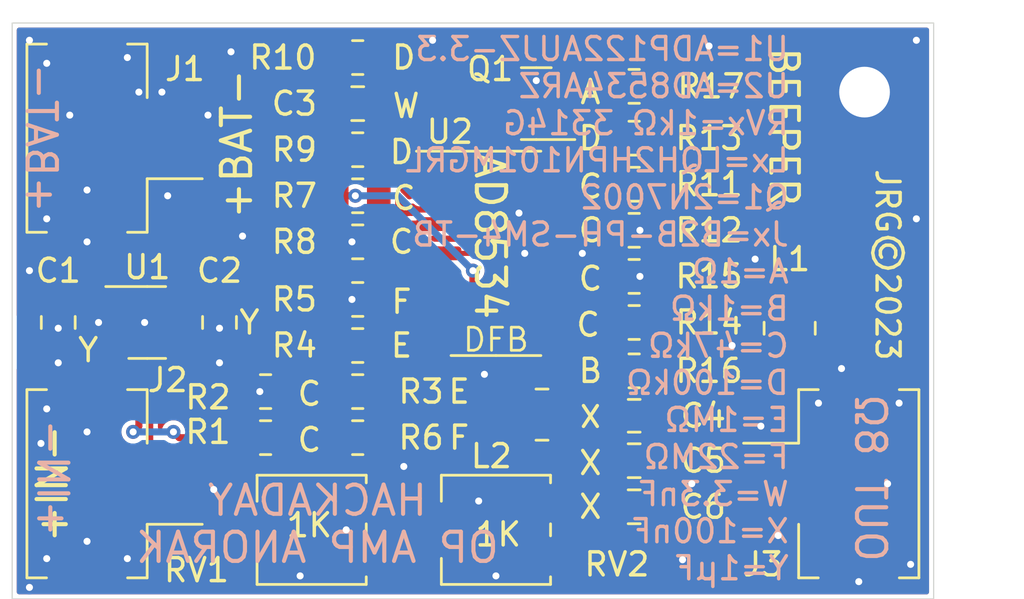
<source format=kicad_pcb>
(kicad_pcb (version 20211014) (generator pcbnew)

  (general
    (thickness 1.6)
  )

  (paper "A4")
  (layers
    (0 "F.Cu" signal)
    (31 "B.Cu" signal)
    (32 "B.Adhes" user "B.Adhesive")
    (33 "F.Adhes" user "F.Adhesive")
    (34 "B.Paste" user)
    (35 "F.Paste" user)
    (36 "B.SilkS" user "B.Silkscreen")
    (37 "F.SilkS" user "F.Silkscreen")
    (38 "B.Mask" user)
    (39 "F.Mask" user)
    (40 "Dwgs.User" user "User.Drawings")
    (41 "Cmts.User" user "User.Comments")
    (42 "Eco1.User" user "User.Eco1")
    (43 "Eco2.User" user "User.Eco2")
    (44 "Edge.Cuts" user)
    (45 "Margin" user)
    (46 "B.CrtYd" user "B.Courtyard")
    (47 "F.CrtYd" user "F.Courtyard")
    (48 "B.Fab" user)
    (49 "F.Fab" user)
  )

  (setup
    (stackup
      (layer "F.SilkS" (type "Top Silk Screen"))
      (layer "F.Paste" (type "Top Solder Paste"))
      (layer "F.Mask" (type "Top Solder Mask") (thickness 0.01))
      (layer "F.Cu" (type "copper") (thickness 0.035))
      (layer "dielectric 1" (type "core") (thickness 1.51) (material "FR4") (epsilon_r 4.5) (loss_tangent 0.02))
      (layer "B.Cu" (type "copper") (thickness 0.035))
      (layer "B.Mask" (type "Bottom Solder Mask") (thickness 0.01))
      (layer "B.Paste" (type "Bottom Solder Paste"))
      (layer "B.SilkS" (type "Bottom Silk Screen"))
      (copper_finish "None")
      (dielectric_constraints no)
    )
    (pad_to_mask_clearance 0.051)
    (solder_mask_min_width 0.25)
    (pcbplotparams
      (layerselection 0x00010fc_ffffffff)
      (disableapertmacros false)
      (usegerberextensions false)
      (usegerberattributes false)
      (usegerberadvancedattributes false)
      (creategerberjobfile false)
      (svguseinch false)
      (svgprecision 6)
      (excludeedgelayer true)
      (plotframeref false)
      (viasonmask false)
      (mode 1)
      (useauxorigin false)
      (hpglpennumber 1)
      (hpglpenspeed 20)
      (hpglpendiameter 15.000000)
      (dxfpolygonmode true)
      (dxfimperialunits true)
      (dxfusepcbnewfont true)
      (psnegative false)
      (psa4output false)
      (plotreference true)
      (plotvalue false)
      (plotinvisibletext false)
      (sketchpadsonfab false)
      (subtractmaskfromsilk false)
      (outputformat 1)
      (mirror false)
      (drillshape 0)
      (scaleselection 1)
      (outputdirectory "")
    )
  )

  (net 0 "")
  (net 1 "GND")
  (net 2 "Net-(RV1-Pad1)")
  (net 3 "Net-(R1-Pad1)")
  (net 4 "Net-(R3-Pad1)")
  (net 5 "/TRI")
  (net 6 "+BATT")
  (net 7 "+3V3")
  (net 8 "Net-(C3-Pad2)")
  (net 9 "Net-(C4-Pad2)")
  (net 10 "Net-(C4-Pad1)")
  (net 11 "Net-(R2-Pad2)")
  (net 12 "Net-(L1-Pad1)")
  (net 13 "Net-(L2-Pad1)")
  (net 14 "Net-(Q1-Pad1)")
  (net 15 "Net-(Q1-Pad3)")
  (net 16 "Net-(R4-Pad1)")
  (net 17 "Net-(R6-Pad1)")
  (net 18 "Net-(R7-Pad1)")
  (net 19 "Net-(R11-Pad1)")
  (net 20 "Net-(R14-Pad1)")
  (net 21 "Net-(R16-Pad1)")
  (net 22 "unconnected-(U1-Pad4)")

  (footprint "Capacitor_SMD:C_0805_2012Metric" (layer "F.Cu") (at 25 45 -90))

  (footprint "Capacitor_SMD:C_0805_2012Metric" (layer "F.Cu") (at 32 45 -90))

  (footprint "Capacitor_SMD:C_0805_2012Metric" (layer "F.Cu") (at 38 35.5 180))

  (footprint "Capacitor_SMD:C_0805_2012Metric" (layer "F.Cu") (at 50 49.05 180))

  (footprint "Connector_JST:JST_PH_B2B-PH-SM4-TB_1x02-1MP_P2.00mm_Vertical" (layer "F.Cu") (at 58 52 -90))

  (footprint "Package_TO_SOT_SMD:SOT-23" (layer "F.Cu") (at 45.75 35.5 180))

  (footprint "Resistor_SMD:R_0805_2012Metric" (layer "F.Cu") (at 34 50 180))

  (footprint "Resistor_SMD:R_0805_2012Metric" (layer "F.Cu") (at 34 48))

  (footprint "Resistor_SMD:R_0805_2012Metric" (layer "F.Cu") (at 38 48 180))

  (footprint "Resistor_SMD:R_0805_2012Metric" (layer "F.Cu") (at 38 46 180))

  (footprint "Resistor_SMD:R_0805_2012Metric" (layer "F.Cu") (at 38 44))

  (footprint "Resistor_SMD:R_0805_2012Metric" (layer "F.Cu") (at 38 50 180))

  (footprint "Resistor_SMD:R_0805_2012Metric" (layer "F.Cu") (at 38 39.5 180))

  (footprint "Resistor_SMD:R_0805_2012Metric" (layer "F.Cu") (at 38 41.5))

  (footprint "Resistor_SMD:R_0805_2012Metric" (layer "F.Cu") (at 38 37.5 180))

  (footprint "Resistor_SMD:R_0805_2012Metric" (layer "F.Cu") (at 50 39))

  (footprint "Resistor_SMD:R_0805_2012Metric" (layer "F.Cu") (at 50 41 180))

  (footprint "Resistor_SMD:R_0805_2012Metric" (layer "F.Cu") (at 50 37))

  (footprint "Resistor_SMD:R_0805_2012Metric" (layer "F.Cu") (at 50 45))

  (footprint "Resistor_SMD:R_0805_2012Metric" (layer "F.Cu") (at 50 43 180))

  (footprint "Resistor_SMD:R_0805_2012Metric" (layer "F.Cu") (at 50 47.1))

  (footprint "Package_TO_SOT_SMD:SOT-23-5" (layer "F.Cu") (at 28.8625 45))

  (footprint "Package_SO:SOIC-14_3.9x8.7mm_P1.27mm" (layer "F.Cu") (at 44 42))

  (footprint "Connector_JST:JST_PH_B2B-PH-SM4-TB_1x02-1MP_P2.00mm_Vertical" (layer "F.Cu") (at 28 52 90))

  (footprint "Resistor_SMD:R_0805_2012Metric" (layer "F.Cu") (at 38 33.5 180))

  (footprint "Connector_JST:JST_PH_B2B-PH-SM4-TB_1x02-1MP_P2.00mm_Vertical" (layer "F.Cu") (at 28 37 90))

  (footprint "Resistor_SMD:R_0805_2012Metric" (layer "F.Cu") (at 50 34.75 180))

  (footprint "MountingHole:MountingHole_2.2mm_M2_DIN965_Pad" (layer "F.Cu") (at 60 35))

  (footprint "Potentiometer_SMD:Potentiometer_Bourns_3314G_Vertical" (layer "F.Cu") (at 44 54 -90))

  (footprint "Capacitor_SMD:C_0805_2012Metric" (layer "F.Cu") (at 50 51 180))

  (footprint "Inductor_SMD:L_1008_2520Metric" (layer "F.Cu") (at 46 49))

  (footprint "Potentiometer_SMD:Potentiometer_Bourns_3314G_Vertical" (layer "F.Cu") (at 36 54 -90))

  (footprint "Inductor_SMD:L_1008_2520Metric" (layer "F.Cu") (at 56.75 45.25 -90))

  (footprint "Capacitor_SMD:C_0805_2012Metric" (layer "F.Cu") (at 50 53 180))

  (gr_rect (start 63 57) (end 23 32) (layer "Edge.Cuts") (width 0.05) (fill none) (tstamp ae4eb49a-b4ea-4428-a564-6e464fd000d3))
  (gr_text "+IN-" (at 24.75 51.75 -90) (layer "B.SilkS") (tstamp 088c332c-823a-42a9-b103-529d1b51d6af)
    (effects (font (size 1.27 1.27) (thickness 0.1778)) (justify mirror))
  )
  (gr_text "OUT 8Ω" (at 60.25 51.75 -90) (layer "B.SilkS") (tstamp 3eb532e6-badd-4e94-9497-30d1b3a369c0)
    (effects (font (size 1.27 1.27) (thickness 0.1778)) (justify mirror))
  )
  (gr_text "U1=ADP122AUJZ-3.3\nU2=AD8534ARZ\nRVx=1kΩ 3314G\nLx=LQH2HPN101MGRL\nQ1=2N7002\nJx=B2B-PH-SM4-TB\nA=1Ω\nB=1kΩ\nC=47kΩ\nD=100kΩ\nE=1MΩ\nF=22MΩ\nW=3.3nF\nX=100nF\nY=1µF\n" (at 56.8 44.4) (layer "B.SilkS") (tstamp 415998b3-1800-458b-82c7-59db7e82c75d)
    (effects (font (size 1 1) (thickness 0.15)) (justify left mirror))
  )
  (gr_text "+BAT-" (at 24.25 37 -90) (layer "B.SilkS") (tstamp 84726658-69b2-4e39-9810-b6c4c13c0a46)
    (effects (font (size 1.27 1.27) (thickness 0.1778)) (justify mirror))
  )
  (gr_text "HACKADAY\nOP AMP ANORAK" (at 36.25 53.75) (layer "B.SilkS") (tstamp cf87e060-c576-40a8-99c9-0e206f822ca4)
    (effects (font (size 1.27 1.27) (thickness 0.1778)) (justify mirror))
  )
  (gr_text "X" (at 48.1 49.1) (layer "F.SilkS") (tstamp 05de1718-87bf-4ab0-8a24-4a4dfb529953)
    (effects (font (size 0.9 0.9) (thickness 0.15)))
  )
  (gr_text "E" (at 42.4 48) (layer "F.SilkS") (tstamp 08962083-84aa-4117-babf-cc5935b46ad0)
    (effects (font (size 1 1) (thickness 0.15)))
  )
  (gr_text "C" (at 35.9 48.1) (layer "F.SilkS") (tstamp 1214f5cf-7945-4046-9435-ccae21c13fe8)
    (effects (font (size 1 1) (thickness 0.15)))
  )
  (gr_text "Y" (at 33.3 45) (layer "F.SilkS") (tstamp 13225fbe-e589-4445-9ac0-c86670bc4dfa)
    (effects (font (size 1 1) (thickness 0.15)))
  )
  (gr_text "1K" (at 35.9 53.8) (layer "F.SilkS") (tstamp 1b1d7d87-54af-432a-841e-bc20f9c44257)
    (effects (font (size 1 1) (thickness 0.15)))
  )
  (gr_text "D" (at 48.1 37) (layer "F.SilkS") (tstamp 28b12dd4-3996-46cb-be3f-40c7f5857315)
    (effects (font (size 1 1) (thickness 0.15)))
  )
  (gr_text "A" (at 48.1 35) (layer "F.SilkS") (tstamp 367fe26c-64b9-41af-a422-f408f4d175be)
    (effects (font (size 1 1) (thickness 0.15)))
  )
  (gr_text "1K" (at 44.1 54.2) (layer "F.SilkS") (tstamp 3ef0948c-e5f5-4490-8c8a-c54921f892aa)
    (effects (font (size 1 1) (thickness 0.15)))
  )
  (gr_text "X" (at 48.1 51.1) (layer "F.SilkS") (tstamp 6e148737-4c56-434c-bf18-9db381137ecb)
    (effects (font (size 1 1) (thickness 0.15)))
  )
  (gr_text "C" (at 35.9 50.1) (layer "F.SilkS") (tstamp 81f0ed91-8da7-46a1-ab2a-2a6974fb04d8)
    (effects (font (size 1 1) (thickness 0.15)))
  )
  (gr_text "BEEPER" (at 56.5 36.5 270) (layer "F.SilkS") (tstamp 84b04bf9-2c3e-41f8-9744-19cb34993505)
    (effects (font (size 1.2 1.2) (thickness 0.17)))
  )
  (gr_text "C" (at 39.9 41.5) (layer "F.SilkS") (tstamp 8903f69c-40b7-49ba-be2a-4af734569b8a)
    (effects (font (size 1 1) (thickness 0.15)))
  )
  (gr_text "B" (at 48.1 47.1) (layer "F.SilkS") (tstamp 98b25c20-f6a6-46e1-8efe-ce089b2fce8f)
    (effects (font (size 1 1) (thickness 0.15)))
  )
  (gr_text "DFB" (at 44 45.75) (layer "F.SilkS") (tstamp 9edecc13-2fe2-49d1-9ae0-a8aba307d120)
    (effects (font (size 1 1) (thickness 0.12)))
  )
  (gr_text "Y" (at 26.3 46.2) (layer "F.SilkS") (tstamp a227c973-c86b-4a03-8d02-637258bcb9f2)
    (effects (font (size 1 1) (thickness 0.15)))
  )
  (gr_text "D" (at 40 33.5) (layer "F.SilkS") (tstamp abd9d6a9-796a-4abd-bb8c-4d8bed924810)
    (effects (font (size 1 1) (thickness 0.15)))
  )
  (gr_text "C" (at 48 45.1) (layer "F.SilkS") (tstamp ac863eee-a95a-43b0-8351-b872e490155f)
    (effects (font (size 1 1) (thickness 0.15)))
  )
  (gr_text "C" (at 48.1 41) (layer "F.SilkS") (tstamp ac9971ee-6fba-4ad6-a296-2534d4d6f2c6)
    (effects (font (size 1 1) (thickness 0.15)))
  )
  (gr_text "C" (at 48.1 43.1) (layer "F.SilkS") (tstamp af10d5e4-7b9a-428b-98eb-e8ed54de8916)
    (effects (font (size 1 1) (thickness 0.15)))
  )
  (gr_text "AD8534" (at 43.75 41.25 270) (layer "F.SilkS") (tstamp b0b35aca-0cd7-4ac8-b1ff-1a1205ec2747)
    (effects (font (size 1.27 1.27) (thickness 0.1778)))
  )
  (gr_text "X" (at 48.1 53) (layer "F.SilkS") (tstamp b9185b14-5c20-4fa7-bd6c-75c76278d1dd)
    (effects (font (size 1 1) (thickness 0.15)))
  )
  (gr_text "+BAT-" (at 32.75 37.25 90) (layer "F.SilkS") (tstamp bd4ba9bf-8c4c-4cca-b667-53b937ab01d4)
    (effects (font (size 1.27 1.27) (thickness 0.1778)))
  )
  (gr_text "+IN-" (at 24.75 52 90) (layer "F.SilkS") (tstamp beb987cd-fe0f-4785-afd9-9c8174bbbfc4)
    (effects (font (size 1.27 1.27) (thickness 0.1778)))
  )
  (gr_text "F" (at 39.9 44.1) (layer "F.SilkS") (tstamp c21171e4-807b-4b62-a1fb-8c9fb01a2673)
    (effects (font (size 1 1) (thickness 0.15)))
  )
  (gr_text "C" (at 48.1 39.1) (layer "F.SilkS") (tstamp c58935a1-63bf-4033-913c-a92c1b957407)
    (effects (font (size 1 1) (thickness 0.15)))
  )
  (gr_text "E" (at 39.9 46) (layer "F.SilkS") (tstamp cacf6932-1b71-4689-bad2-d6c850723c0b)
    (effects (font (size 1 1) (thickness 0.15)))
  )
  (gr_text "JRG©2023" (at 61 42.5 270) (layer "F.SilkS") (tstamp cb70dc60-f0a6-4e3b-9bcd-6c20f987341e)
    (effects (font (size 1 1) (thickness 0.15)))
  )
  (gr_text "F" (at 42.4 50) (layer "F.SilkS") (tstamp d24a496c-58ff-4045-967c-8e43f11503d0)
    (effects (font (size 1 1) (thickness 0.15)))
  )
  (gr_text "W" (at 40.1 35.6) (layer "F.SilkS") (tstamp dedb8eb5-2ff5-4b33-877e-498567129ed3)
    (effects (font (size 1 1) (thickness 0.15)))
  )
  (gr_text "C" (at 40 39.6) (layer "F.SilkS") (tstamp f1ceb011-018e-4b2f-b72e-5d68def66cc7)
    (effects (font (size 1 1) (thickness 0.15)))
  )
  (gr_text "D" (at 39.9 37.6) (layer "F.SilkS") (tstamp f8199fac-3e2d-4943-aa0e-1498ca58ff44)
    (effects (font (size 1 1) (thickness 0.15)))
  )

  (segment (start 28.5 36) (end 25.5 36) (width 0.6096) (layer "F.Cu") (net 1) (tstamp 029ccb8c-909d-44f5-b6ab-3be01cf6293c))
  (segment (start 26.25 48.6) (end 26.25 49.75) (width 0.9144) (layer "F.Cu") (net 1) (tstamp 02d7f152-7aac-461f-8811-194cd4dbe54f))
  (segment (start 59 47) (end 59 47.85) (width 0.9144) (layer "F.Cu") (net 1) (tstamp 0dcaf1ec-961f-4ded-9faa-b6fe2f733602))
  (segment (start 58.1 48.6) (end 58 48.5) (width 0.9144) (layer "F.Cu") (net 1) (tstamp 14d6d401-a404-4c2f-a8da-d54e532483d5))
  (segment (start 24.65 33.6) (end 24.5 33.75) (width 0.9144) (layer "F.Cu") (net 1) (tstamp 1a9c0a71-bdd3-4d66-8773-86c965feed0c))
  (segment (start 29.5 36) (end 29.5 35) (width 0.6096) (layer "F.Cu") (net 1) (tstamp 1b37a3c2-f830-42cc-a790-70f1ddc6c012))
  (segment (start 27.725 45) (end 26.75 45) (width 0.6096) (layer "F.Cu") (net 1) (tstamp 39ac9b16-695d-4044-beff-ba1c1ddd1b0e))
  (segment (start 26.25 55.4) (end 24.65 55.4) (width 0.9144) (layer "F.Cu") (net 1) (tstamp 3d5231ed-2ebf-4883-90e5-f3a3895fdbe9))
  (segment (start 37.0875 41.5) (end 37.75 41.5) (width 0.6096) (layer "F.Cu") (net 1) (tstamp 3ef36b50-0e75-45ca-9826-f65759a72022))
  (segment (start 59.75 48.6) (end 61.4 48.6) (width 0.9144) (layer "F.Cu") (net 1) (tstamp 3f6d185e-f550-440a-899d-361dc95bf216))
  (segment (start 59.75 55.4) (end 57.4 55.4) (width 0.9144) (layer "F.Cu") (net 1) (tstamp 3f791c88-1ce8-4e25-b812-9e453779091b))
  (segment (start 24.65 48.6) (end 24.5 48.75) (width 0.9144) (layer "F.Cu") (net 1) (tstamp 4453b4b4-6975-422f-831a-b6a6b5e9c033))
  (segment (start 25 45.95) (end 25 45.25) (width 0.6096) (layer "F.Cu") (net 1) (tstamp 45574aa6-8c34-4431-8c4f-ca2858ee2d71))
  (segment (start 59.75 48.6) (end 58.1 48.6) (width 0.9144) (layer "F.Cu") (net 1) (tstamp 459089f5-4d3d-4635-8532-cb9674f35982))
  (segment (start 26.25 40.4) (end 26.25 39.25) (width 0.9144) (layer "F.Cu") (net 1) (tstamp 48e774e8-9979-4515-a692-27f3ab686f23))
  (segment (start 61.9 55.4) (end 59.75 55.4) (width 0.9144) (layer "F.Cu") (net 1) (tstamp 49270af2-9c6a-419a-bfc2-354037c212f1))
  (segment (start 26.25 40.4) (end 26.25 41.5) (width 0.9144) (layer "F.Cu") (net 1) (tstamp 55d14f46-2116-4760-87bd-1279c7baca6b))
  (segment (start 24.6 40.4) (end 24.5 40.5) (width 0.9144) (layer "F.Cu") (net 1) (tstamp 5a100e45-f471-4461-9578-4903d311ca5e))
  (segment (start 46.475 42) (end 47.75 42) (width 0.6096) (layer "F.Cu") (net 1) (tstamp 6b23bf18-b0b1-4a63-82f9-3b27a3f9e805))
  (segment (start 62 55.5) (end 61.9 55.4) (width 0.9144) (layer "F.Cu") (net 1) (tstamp 6d6df775-4ba6-4706-8cd0-91175809d0ac))
  (segment (start 28.5 36) (end 31.5 36) (width 0.6096) (layer "F.Cu") (net 1) (tstamp 72c2bb04-8acb-40af-a993-68791cabe89c))
  (segment (start 28.5 36) (end 29.5 36) (width 0.6096) (layer "F.Cu") (net 1) (tstamp 7654a05f-ddd3-4df8-b7b4-c1e062e21d5c))
  (segment (start 59.75 55.4) (end 59.75 56.25) (width 0.9144) (layer "F.Cu") (net 1) (tstamp 7f176be5-028a-4afe-8183-ea9a5c47cdc7))
  (segment (start 25 45.95) (end 25 46.75) (width 0.6096) (layer "F.Cu") (net 1) (tstamp 81dd2739-4010-41bc-af91-94dc8bf0ea0b))
  (segment (start 26.25 33.6) (end 27.9 33.6) (width 0.9144) (layer "F.Cu") (net 1) (tstamp 82fa37e3-487a-425b-a154-8aa673cc0b9b))
  (segment (start 26.25 55.4) (end 27.85 55.4) (width 0.9144) (layer "F.Cu") (net 1) (tstamp 98575fcf-dd41-41d6-986f-9cff389259f3))
  (segment (start 27.725 45) (end 28.75 45) (width 0.6096) (layer "F.Cu") (net 1) (tstamp 9c226fa6-4f66-4769-808d-0bbd9135bb40))
  (segment (start 26.25 40.4) (end 24.6 40.4) (width 0.9144) (layer "F.Cu") (net 1) (tstamp a3a178f8-ad5c-4757-9f2a-0c8ca7814040))
  (segment (start 27.85 55.4) (end 28 55.25) (width 0.9144) (layer "F.Cu") (net 1) (tstamp b0802cdf-af6e-4f0c-bb3c-0f54413071d6))
  (segment (start 26.25 55.4) (end 26.25 54.5) (width 0.9144) (layer "F.Cu") (net 1) (tstamp bbaf1393-16a2-490a-96b7-13ea7f4045db))
  (segment (start 50.9125 43) (end 50.25 43) (width 0.6096) (layer "F.Cu") (net 1) (tstamp bc80e39f-786f-4e5e-a68e-f656da9c66c9))
  (segment (start 46.6875 34.55) (end 45.8 34.55) (width 0.6096) (layer "F.Cu") (net 1) (tstamp c4f48c2e-13c0-4033-a520-3018cf079325))
  (segment (start 57.4 55.4) (end 56.25 54.25) (width 0.9144) (layer "F.Cu") (net 1) (tstamp ca8536ba-b4ba-40a2-9889-dc4fa9f087de))
  (segment (start 26.25 48.6) (end 24.65 48.6) (width 0.9144) (layer "F.Cu") (net 1) (tstamp d071ac9b-4090-4ecf-81e4-cedb87e96ef7))
  (segment (start 59 47.85) (end 59.75 48.6) (width 0.9144) (layer "F.Cu") (net 1) (tstamp d550f592-d009-45f9-9b05-1ba42456b26c))
  (segment (start 32 45.95) (end 32 45.25) (width 0.6096) (layer "F.Cu") (net 1) (tstamp d5a32e1b-10da-4372-a6ae-07526d44d812))
  (segment (start 28.5 36) (end 28.5 35) (width 0.6096) (layer "F.Cu") (net 1) (tstamp d85b37e4-271a-4be2-be64-38ce9603c69e))
  (segment (start 33.0875 48) (end 33.75 48) (width 0.6096) (layer "F.Cu") (net 1) (tstamp db224c84-a9ca-4a5d-bad3-da755ed81019))
  (segment (start 37.0875 44) (end 37.75 44) (width 0.6096) (layer "F.Cu") (net 1) (tstamp dee90189-252e-465d-a56c-82e7c2cba6a8))
  (segment (start 46.475 42) (end 45.25 42) (width 0.6096) (layer "F.Cu") (net 1) (tstamp dfb907be-ed73-42d3-bcfa-2b2e8dd40c35))
  (segment (start 26.25 33.6) (end 24.65 33.6) (width 0.9144) (layer "F.Cu") (net 1) (tstamp e0423aae-62f6-458e-bfc3-807f66691924))
  (segment (start 61.4 48.6) (end 61.5 48.5) (width 0.9144) (layer "F.Cu") (net 1) (tstamp e4b7cff2-d883-48bd-82a9-00ecae128736))
  (segment (start 24.65 55.4) (end 24.5 55.25) (width 0.9144) (layer "F.Cu") (net 1) (tstamp e4f6779f-248c-43d4-ac69-68bbd89522b7))
  (segment (start 45.8 34.55) (end 45.75 34.5) (width 0.6096) (layer "F.Cu") (net 1) (tstamp ea72833a-a2e7-45da-9fe4-2846dd1850fe))
  (segment (start 32 45.95) (end 32 46.75) (width 0.6096) (layer "F.Cu") (net 1) (tstamp eec14b2e-f4ee-43c5-b973-dbc3886e831b))
  (segment (start 27.9 33.6) (end 28 33.5) (width 0.9144) (layer "F.Cu") (net 1) (tstamp f0d15b66-40f4-47b7-bc74-546abe899587))
  (segment (start 50.9125 41) (end 50.25 41) (width 0.6096) (layer "F.Cu") (net 1) (tstamp fa8471c7-4e49-4069-a557-456ef1d3f0f6))
  (via (at 35.5 56) (size 0.6096) (drill 0.3048) (layers "F.Cu" "B.Cu") (free) (net 1) (tstamp 0128ba7f-f223-4df9-b6fc-4a40449f58f2))
  (via (at 47.75 42) (size 0.6096) (drill 0.3048) (layers "F.Cu" "B.Cu") (net 1) (tstamp 01dee80c-01d5-41c4-94b3-3a5e35cdef5f))
  (via (at 32.5 33.25) (size 0.6096) (drill 0.3048) (layers "F.Cu" "B.Cu") (free) (net 1) (tstamp 0c9b4859-cd1d-41e3-9294-20bc9ea1d0eb))
  (via (at 24.5 55.25) (size 0.6096) (drill 0.3048) (layers "F.Cu" "B.Cu") (net 1) (tstamp 0eef7795-c4b1-449f-9b95-25e37023c5f1))
  (via (at 45.75 34.5) (size 0.6096) (drill 0.3048) (layers "F.Cu" "B.Cu") (net 1) (tstamp 159844fc-5c48-4a30-9d36-0c7e3efd7671))
  (via (at 37.75 44) (size 0.6096) (drill 0.3048) (layers "F.Cu" "B.Cu") (net 1) (tstamp 15d22a51-a767-4800-a6f2-c4c55b195838))
  (via (at 26.25 54.5) (size 0.6096) (drill 0.3048) (layers "F.Cu" "B.Cu") (net 1) (tstamp 175511ab-bb3a-4956-83ec-996f95d463b1))
  (via (at 24.5 40.5) (size 0.6096) (drill 0.3048) (layers "F.Cu" "B.Cu") (net 1) (tstamp 1da83280-6f9f-4b9f-a9be-273fd68fc7cf))
  (via (at 31.5 36) (size 0.6096) (drill 0.3048) (layers "F.Cu" "B.Cu") (net 1) (tstamp 1f0c1b1e-0619-4fae-aef8-400197f5a3fd))
  (via (at 24.25 50.25) (size 0.6096) (drill 0.3048) (layers "F.Cu" "B.Cu") (free) (net 1) (tstamp 1ff09f80-9a0d-4a3b-a9a8-f7ab74ca8a0e))
  (via (at 25.5 36) (size 0.6096) (drill 0.3048) (layers "F.Cu" "B.Cu") (net 1) (tstamp 250fb56c-7511-4678-a158-69c0eabdcde2))
  (via (at 41.25 32.75) (size 0.6096) (drill 0.3048) (layers "F.Cu" "B.Cu") (free) (net 1) (tstamp 26ade964-6a64-462d-90ae-ffb10edecbc7))
  (via (at 37.5 54) (size 0.6096) (drill 0.3048) (layers "F.Cu" "B.Cu") (free) (net 1) (tstamp 271cbf20-b65e-4af0-9085-bc675e77bebd))
  (via (at 28 55.25) (size 0.6096) (drill 0.3048) (layers "F.Cu" "B.Cu") (net 1) (tstamp 2ea128a7-52a4-40f8-af72-c940669cdcd0))
  (via (at 62.25 40.5) (size 0.6096) (drill 0.3048) (layers "F.Cu" "B.Cu") (free) (net 1) (tstamp 2feee357-3bbc-4c43-b240-99486e1e5b36))
  (via (at 31.75 52.25) (size 0.6096) (drill 0.3048) (layers "F.Cu" "B.Cu") (free) (net 1) (tstamp 31589b7f-476c-4d5d-a522-30751603b27e))
  (via (at 25 45.25) (size 0.6096) (drill 0.3048) (layers "F.Cu" "B.Cu") (net 1) (tstamp 362ff762-62cb-4210-8556-9942ed53c816))
  (via (at 52.5 52) (size 0.6096) (drill 0.3048) (layers "F.Cu" "B.Cu") (free) (net 1) (tstamp 385994a0-c146-4a18-9ddb-20a9464be8f9))
  (via (at 45.25 42) (size 0.6096) (drill 0.3048) (layers "F.Cu" "B.Cu") (net 1) (tstamp 3873f907-3145-41f0-a78c-4fa92f86250b))
  (via (at 24.5 33.75) (size 0.6096) (drill 0.3048) (layers "F.Cu" "B.Cu") (net 1) (tstamp 39ae8a6c-32c6-4a1b-baa6-b2fc7e555427))
  (via (at 50.25 41) (size 0.6096) (drill 0.3048) (layers "F.Cu" "B.Cu") (net 1) (tstamp 3c892b28-b58f-4b91-a900-3852affeb110))
  (via (at 23.75 56.5) (size 0.6096) (drill 0.3048) (layers "F.Cu" "B.Cu") (free) (net 1) (tstamp 3f3c11f3-3886-424d-b5b0-3cd031b3d2a8))
  (via (at 28 33.5) (size 0.6096) (drill 0.3048) (layers "F.Cu" "B.Cu") (net 1) (tstamp 41acf526-77b4-4138-a97b-6506a8fb5e7e))
  (via (at 29.75 39.5) (size 0.6096) (drill 0.3048) (layers "F.Cu" "B.Cu") (free) (net 1) (tstamp 43cc5e45-f045-40ba-b284-110e45d5f867))
  (via (at 55.25 42.25) (size 0.6096) (drill 0.3048) (layers "F.Cu" "B.Cu") (free) (net 1) (tstamp 4b499238-db73-4150-849b-f1ea17e04aa4))
  (via (at 59.75 56.25) (size 0.6096) (drill 0.3048) (layers "F.Cu" "B.Cu") (net 1) (tstamp 4d11d16f-8509-4406-b816-a96c0c352516))
  (via (at 37.75 41.5) (size 0.6096) (drill 0.3048) (layers "F.Cu" "B.Cu") (net 1) (tstamp 5514ec80-e941-4b69-84f9-87bcf7b7ed1d))
  (via (at 54.25 46) (size 0.6096) (drill 0.3048) (layers "F.Cu" "B.Cu") (free) (net 1) (tstamp 58354aea-c86c-48f9-8c9c-9d6e0d763794))
  (via (at 28.75 45) (size 0.6096) (drill 0.3048) (layers "F.Cu" "B.Cu") (net 1) (tstamp 584b016b-1fa5-4c91-bb5a-0d15828503eb))
  (via (at 58 48.5) (size 0.6096) (drill 0.3048) (layers "F.Cu" "B.Cu") (net 1) (tstamp 58b71f6a-7870-440f-ba6c-8a5a5a6ec42c))
  (via (at 62.25 32.75) (size 0.6096) (drill 0.3048) (layers "F.Cu" "B.Cu") (free) (net 1) (tstamp 5a799d10-70ac-433d-967e-51fcb61d9d88))
  (via (at 24.5 48.75) (size 0.6096) (drill 0.3048) (layers "F.Cu" "B.Cu") (net 1) (tstamp 5e9605c9-8cc3-4e06-981c-656ae72392d4))
  (via (at 32 46.75) (size 0.6096) (drill 0.3048) (layers "F.Cu" "B.Cu") (net 1) (tstamp 62be4f16-4439-44b5-bcc4-92d62c9e459c))
  (via (at 26.25 49.75) (size 0.6096) (drill 0.3048) (layers "F.Cu" "B.Cu") (net 1) (tstamp 6fd5afc1-8931-42c4-8759-2da3255ef24f))
  (via (at 32 45.25) (size 0.6096) (drill 0.3048) (layers "F.Cu" "B.Cu") (net 1) (tstamp 70cf1d11-c1bb-466d-a8a8-ca65a8d12fa6))
  (via (at 29.5 35) (size 0.6096) (drill 0.3048) (layers "F.Cu" "B.Cu") (net 1) (tstamp 76c8a884-7760-4f47-b6b5-0fedeed2e869))
  (via (at 43.5 47.25) (size 0.6096) (drill 0.3048) (layers "F.Cu" "B.Cu") (free) (net 1) (tstamp 7735ca98-e0a7-414d-95c1-1e38fc2a93cc))
  (via (at 61 52) (size 0.6096) (drill 0.3048) (layers "F.Cu" "B.Cu") (free) (net 1) (tstamp 79c360ad-0929-4b90-9334-79bff0d97659))
  (via (at 26.25 39.25) (size 0.6096) (drill 0.3048) (layers "F.Cu" "B.Cu") (net 1) (tstamp 8b3583b4-541d-43df-bcf6-bb1745a0b643))
  (via (at 62 55.5) (size 0.6096) (drill 0.3048) (layers "F.Cu" "B.Cu") (free) (net 1) (tstamp 8f07a362-048b-4c15-b81c-e64a65afd3b0))
  (via (at 59 47) (size 0.6096) (drill 0.3048) (layers "F.Cu" "B.Cu") (free) (net 1) (tstamp 946c24f6-1698-45eb-bf60-748e906ec7b5))
  (via (at 61.5 48.5) (size 0.6096) (drill 0.3048) (layers "F.Cu" "B.Cu") (net 1) (tstamp 97e39d73-5296-4edc-b75a-073e8d95324f))
  (via (at 53.25 33) (size 0.6096) (drill 0.3048) (layers "F.Cu" "B.Cu") (free) (net 1) (tstamp a31d9de7-6abe-4e88-b1e5-8f5fedd36440))
  (via (at 43.25 52.75) (size 0.6096) (drill 0.3048) (layers "F.Cu" "B.Cu") (free) (net 1) (tstamp a7060a0f-7cc9-4601-998a-d54b4d494eb7))
  (via (at 26.75 45) (size 0.6096) (drill 0.3048) (layers "F.Cu" "B.Cu") (net 1) (tstamp b170e305-afe2-4f50-8df2-38e14fac6569))
  (via (at 44 56) (size 0.6096) (drill 0.3048) (layers "F.Cu" "B.Cu") (free) (net 1) (tstamp b38e7d8a-da88-4d75-8cfa-d774fc5a58df))
  (via (at 55.5 49.5) (size 0.6096) (drill 0.3048) (layers "F.Cu" "B.Cu") (free) (net 1) (tstamp b5806cfe-9125-4ab1-b770-e8847c8b1f74))
  (via (at 23.75 32.75) (size 0.6096) (drill 0.3048) (layers "F.Cu" "B.Cu") (free) (net 1) (tstamp bc9952e8-770d-4842-9a87-0bb5a8482635))
  (via (at 52.1 55.3) (size 0.6096) (drill 0.3048) (layers "F.Cu" "B.Cu") (free) (net 1) (tstamp bfaf7970-5348-4130-a4fb-f80bf53a9de2))
  (via (at 45 40.25) (size 0.6096) (drill 0.3048) (layers "F.Cu" "B.Cu") (free) (net 1) (tstamp d65c6cb9-1730-4857-a20e-dd8ac404946d))
  (via (at 23.75 42.75) (size 0.6096) (drill 0.3048) (layers "F.Cu" "B.Cu") (free) (net 1) (tstamp d71052a5-d272-45b1-8e0f-b38298266183))
  (via (at 25 46.75) (size 0.6096) (drill 0.3048) (layers "F.Cu" "B.Cu") (net 1) (tstamp dac0e1c4-e6b2-4a94-9e94-57244c00f59e))
  (via (at 40 51.25) (size 0.6096) (drill 0.3048) (layers "F.Cu" "B.Cu") (free) (net 1) (tstamp dec05c34-e11d-433b-8555-bc57f1621312))
  (via (at 33.75 48) (size 0.6096) (drill 0.3048) (layers "F.Cu" "B.Cu") (net 1) (tstamp e12920ae-fef9-414b-86d6-a4a169cc7f6b))
  (via (at 33 41.25) (size 0.6096) (drill 0.3048) (layers "F.Cu" "B.Cu") (free) (net 1) (tstamp e6b673e5-6efc-465b-8555-b162e167ce13))
  (via (at 26.25 41.5) (size 0.6096) (drill 0.3048) (layers "F.Cu" "B.Cu") (net 1) (tstamp ef5b5fb7-b188-4e19-93ed-a58cef64e8c3))
  (via (at 50.25 43) (size 0.6096) (drill 0.3048) (layers "F.Cu" "B.Cu") (net 1) (tstamp f28bc11e-4bfc-409f-8370-92fe96fd1a1a))
  (via (at 56.25 54.25) (size 0.6096) (drill 0.3048) (layers "F.Cu" "B.Cu") (free) (net 1) (tstamp f7eb210c-22f1-4fd9-8dbf-338c64489631))
  (via (at 28.5 35) (size 0.6096) (drill 0.3048) (layers "F.Cu" "B.Cu") (net 1) (tstamp fd5e62b6-95dc-4212-9fb4-e79b307a630c))
  (segment (start 28.5 53) (end 32.25 53) (width 0.3048) (layer "F.Cu") (net 2) (tstamp 752bcdca-acd6-4691-b275-7339d46d0fee))
  (segment (start 33.25 54) (end 35.75 54) (width 0.3048) (layer "F.Cu") (net 2) (tstamp 7e8567d5-4c80-4201-b49c-82d0757d1960))
  (segment (start 36.9 55.15) (end 38.75 55.15) (width 0.3048) (layer "F.Cu") (net 2) (tstamp d3eda664-8095-4426-9980-124703aba4e4))
  (segment (start 32.25 53) (end 33.25 54) (width 0.3048) (layer "F.Cu") (net 2) (tstamp dd960c95-0e44-452e-90a1-91bfeaff1050))
  (segment (start 35.75 54) (end 36.9 55.15) (width 0.3048) (layer "F.Cu") (net 2) (tstamp f7f8bb12-cfbc-4feb-8e8d-623be6b4165e))
  (segment (start 35.0875 50) (end 37.0875 48) (width 0.3048) (layer "F.Cu") (net 3) (tstamp 09e8f8f1-48cb-4d17-83b8-47513b5c8651))
  (segment (start 34.9125 50.9125) (end 34.9125 50) (width 0.3048) (layer "F.Cu") (net 3) (tstamp 0ddcbb54-42c4-46b4-b357-262127dc0129))
  (segment (start 34.9125 50) (end 35.0875 50) (width 0.3048) (layer "F.Cu") (net 3) (tstamp 25e81788-58f1-4f2c-91da-a25158cbb5a4))
  (segment (start 38.75 52.85) (end 36.85 52.85) (width 0.3048) (layer "F.Cu") (net 3) (tstamp 39055257-96ca-484d-928c-545b9ec69425))
  (segment (start 36.85 52.85) (end 34.9125 50.9125) (width 0.3048) (layer "F.Cu") (net 3) (tstamp 59baef5d-a4ed-4ed0-b8a8-7f66bff36c59))
  (segment (start 38.9125 48) (end 39 48) (width 0.3048) (layer "F.Cu") (net 4) (tstamp 2754efdb-e215-4c5a-92dc-35ddc3a610b9))
  (segment (start 37.0875 49.825) (end 38.9125 48) (width 0.3048) (layer "F.Cu") (net 4) (tstamp 31d5ebfa-f614-44db-8db5-6d875a443bc0))
  (segment (start 39 48) (end 40 47) (width 0.3048) (layer "F.Cu") (net 4) (tstamp 3ad3b729-2c6a-4e03-9e5d-5301e92f37d5))
  (segment (start 37.0875 50) (end 37.0875 49.825) (width 0.3048) (layer "F.Cu") (net 4) (tstamp 8369a477-8954-443a-8619-882779b54149))
  (segment (start 40.21 44.54) (end 41.525 44.54) (width 0.3048) (layer "F.Cu") (net 4) (tstamp 8ee9e442-1017-4076-8cc4-f24bdb4f0096))
  (segment (start 40 47) (end 40 44.75) (width 0.3048) (layer "F.Cu") (net 4) (tstamp 9551e645-c05c-4042-9045-97b65fdc857b))
  (segment (start 40 44.75) (end 40.21 44.54) (width 0.3048) (layer "F.Cu") (net 4) (tstamp f43d8f79-bf33-4489-8482-4c502ab348ca))
  (segment (start 44.46 39.46) (end 46.475 39.46) (width 0.3048) (layer "F.Cu") (net 5) (tstamp 04670abc-8411-4391-bfbb-5c6cde039d5d))
  (segment (start 38.95 35.5) (end 41.525 38.075) (width 0.3048) (layer "F.Cu") (net 5) (tstamp 057360cc-a2cb-4096-a600-b91114d6ec15))
  (segment (start 41.525 38.075) (end 41.525 38.19) (width 0.3048) (layer "F.Cu") (net 5) (tstamp 785219c4-5a8b-4565-a950-52cdc574b895))
  (segment (start 41.525 38.19) (end 43.19 38.19) (width 0.3048) (layer "F.Cu") (net 5) (tstamp b434fd25-614a-450d-a016-a6477e997da9))
  (segment (start 43.19 38.19) (end 44.46 39.46) (width 0.3048) (layer "F.Cu") (net 5) (tstamp fa25f8a3-2a84-4aab-882c-56eb43975c27))
  (segment (start 28.25 49.75) (end 28.5 49.5) (width 0.3048) (layer "F.Cu") (net 6) (tstamp 010d2c95-dd5b-45ba-8328-ee526a3183a9))
  (segment (start 23.75 47) (end 23.75 44.75) (width 0.3048) (layer "F.Cu") (net 6) (tstamp 232a0e6a-a6e0-44e2-b844-8deb9c5a99b9))
  (segment (start 27.725 43.025) (end 28.5 42.25) (width 0.6096) (layer "F.Cu") (net 6) (tstamp 2b4bddc1-90dd-414f-944a-66af94ff44ce))
  (segment (start 33.0875 50) (end 30.25 50) (width 0.3048) (layer "F.Cu") (net 6) (tstamp 33657137-2ec6-4c4b-9aed-be5b2b4d9bcf))
  (segment (start 24.15672 47.40672) (end 23.75 47) (width 0.3048) (layer "F.Cu") (net 6) (tstamp 38fc065f-afab-4425-9d2e-f1cfd33d413d))
  (segment (start 27.725 44.05) (end 27.725 43.025) (width 0.6096) (layer "F.Cu") (net 6) (tstamp 3ad9c934-7d62-4ca0-b40c-e9b515869818))
  (segment (start 28.5 47.75) (end 28 47.25) (width 0.3048) (layer "F.Cu") (net 6) (tstamp 46c4336c-a956-4f7d-9785-2e6f1320c19e))
  (segment (start 28 47.25) (end 26.75 47.25) (width 0.3048) (layer "F.Cu") (net 6) (tstamp 5e09a9cd-84c0-4b15-a023-355b6bf70a69))
  (segment (start 27.725 44.05) (end 25 44.05) (width 0.6096) (layer "F.Cu") (net 6) (tstamp 6796f798-fe4c-4839-94d9-7485129112f2))
  (segment (start 24.45 44.05) (end 25 44.05) (width 0.3048) (layer "F.Cu") (net 6) (tstamp 695f4e4f-d55b-4d9e-9515-1e26f8e6ab68))
  (segment (start 28.5 42.25) (end 28.5 38) (width 0.6096) (layer "F.Cu") (net 6) (tstamp 76b022bb-eda4-4341-84fa-9b8c2b784f5a))
  (segment (start 23.75 44.75) (end 24.45 44.05) (width 0.3048) (layer "F.Cu") (net 6) (tstamp 8dc337f4-85cd-4af9-aae3-b58e24ae361e))
  (segment (start 28.5 49.5) (end 28.5 47.75) (width 0.3048) (layer "F.Cu") (net 6) (tstamp 984c106d-f6f3-4ba5-8051-4762a217f050))
  (segment (start 26.59328 47.40672) (end 24.15672 47.40672) (width 0.3048) (layer "F.Cu") (net 6) (tstamp a124c5a2-6d53-41ce-a444-254a2b8efdf3))
  (segment (start 30.25 50) (end 30 49.75) (width 0.3048) (layer "F.Cu") (net 6) (tstamp ab9458af-462e-4032-8fac-278ccb150f31))
  (segment (start 26.75 47.25) (end 26.59328 47.40672) (width 0.3048) (layer "F.Cu") (net 6) (tstamp d320ac1f-9128-4855-88f4-e446ea725360))
  (via (at 30 49.75) (size 0.6096) (drill 0.3048) (layers "F.Cu" "B.Cu") (net 6) (tstamp 10879ddc-62d2-406d-a11b-8a3a86a3808b))
  (via (at 28.25 49.75) (size 0.6096) (drill 0.3048) (layers "F.Cu" "B.Cu") (net 6) (tstamp f6e554e6-baab-4cc1-a244-b493412878ad))
  (segment (start 30 49.75) (end 28.25 49.75) (width 0.3048) (layer "B.Cu") (net 6) (tstamp 827d3cb1-1086-4322-b36d-164ebb9703ea))
  (segment (start 48.26384 45.7) (end 48.26384 44.51384) (width 0.22) (layer "F.Cu") (net 7) (tstamp 268ae8d3-fb77-4164-a4d2-c6e624f6be66))
  (segment (start 50.9125 45) (end 51.25 45) (width 0.22) (layer "F.Cu") (net 7) (tstamp 2c5bb9ed-cac0-4c2f-9b4f-a077286e9beb))
  (segment (start 47.62952 43.87952) (end 45.42952 43.87952) (width 0.22) (layer "F.Cu") (net 7) (tstamp 4005f031-6aa5-45f3-85dd-280817f4e93d))
  (segment (start 35.80192 42.80192) (end 35.85384 42.75) (width 0.6096) (layer "F.Cu") (net 7) (tstamp 40ec2a15-fea5-4aa1-8b94-63b008a08e61))
  (segment (start 51.75 39.8375) (end 50.9125 39) (width 0.22) (layer "F.Cu") (net 7) (tstamp 58d1387f-c458-4459-bc0e-c9f57b47aaff))
  (segment (start 45.42952 43.87952) (end 43.55 42) (width 0.22) (layer "F.Cu") (net 7) (tstamp 5da097a8-7543-45d3-8932-3a97afbbbff7))
  (segment (start 39.75 42.75) (end 40 42.5) (width 0.6096) (layer "F.Cu") (net 7) (tstamp 6ffa63fc-1587-4fad-870b-6fa3a035eaf2))
  (segment (start 50.9125 45.0875) (end 49.99048 46.00952) (width 0.22) (layer "F.Cu") (net 7) (tstamp 82099a79-cb37-4aef-87a6-37067665a40b))
  (segment (start 49.99048 46.00952) (end 48.57336 46.00952) (width 0.22) (layer "F.Cu") (net 7) (tstamp a14d715a-da3b-44b7-a81e-4bd93cbf2639))
  (segment (start 51.75 44.5) (end 51.75 39.8375) (width 0.22) (layer "F.Cu") (net 7) (tstamp a5dc61e3-f328-4e33-bbfc-474c48b9693b))
  (segment (start 51.25 45) (end 51.75 44.5) (width 0.22) (layer "F.Cu") (net 7) (tstamp a64f6faf-5dd6-436b-bb31-b3c301317f2f))
  (segment (start 33.2 44.05) (end 34.44808 42.80192) (width 0.6096) (layer "F.Cu") (net 7) (tstamp a8c64eed-af33-4598-ab50-28bf2eac02b0))
  (segment (start 35.85384 42.75) (end 39.75 42.75) (width 0.6096) (layer "F.Cu") (net 7) (tstamp b4d14c34-6104-4fa2-99ba-15526f072e77))
  (segment (start 40 42.5) (end 40 42.25) (width 0.6096) (layer "F.Cu") (net 7) (tstamp c664b65c-24ba-4afb-a966-c7fc5d531b5b))
  (segment (start 48.57336 46.00952) (end 48.26384 45.7) (width 0.22) (layer "F.Cu") (net 7) (tstamp c7a55ecb-67fc-419f-b2fb-79c5c06c8ca5))
  (segment (start 40 42.25) (end 40.25 42) (width 0.6096) (layer "F.Cu") (net 7) (tstamp ce4ff177-9ccb-487f-90de-c7e9abe757d5))
  (segment (start 40.25 42) (end 41.525 42) (width 0.6096) (layer "F.Cu") (net 7) (tstamp d5ef135b-2ed7-48b6-a0d2-a7d551e9ff5b))
  (segment (start 34.44808 42.80192) (end 35.80192 42.80192) (width 0.6096) (layer "F.Cu") (net 7) (tstamp d6639a81-9a32-41e6-80f7-c14483ae5795))
  (segment (start 32 44.05) (end 33.2 44.05) (width 0.6096) (layer "F.Cu") (net 7) (tstamp e59f82d7-44db-4563-97bd-3cce71fd4c6a))
  (segment (start 43.55 42) (end 41.525 42) (width 0.22) (layer "F.Cu") (net 7) (tstamp e6eed6c3-aabd-414b-bb0f-06f4fc4b8a55))
  (segment (start 50.9125 45) (end 50.9125 45.0875) (width 0.22) (layer "F.Cu") (net 7) (tstamp ed7ee42a-6ec3-4314-91cf-69763f174eb6))
  (segment (start 48.26384 44.51384) (end 47.62952 43.87952) (width 0.22) (layer "F.Cu") (net 7) (tstamp edce838d-2d8d-4a5f-9a5f-c4ba586d1014))
  (segment (start 32 44.05) (end 30 44.05) (width 0.6096) (layer "F.Cu") (net 7) (tstamp f755625b-19e8-40d5-be6d-73439a79f074))
  (segment (start 37.05 35.5) (end 37.05 33.5375) (width 0.3048) (layer "F.Cu") (net 8) (tstamp 03dff2df-fde8-41ab-8a7d-7fa39ef8918d))
  (segment (start 40 39.25) (end 40 38.5875) (width 0.3048) (layer "F.Cu") (net 8) (tstamp 0eb32031-7a16-44c1-8631-a9e1f8df10d4))
  (segment (start 40 38.5875) (end 38.9125 37.5) (width 0.3048) (layer "F.Cu") (net 8) (tstamp 2940617c-ee3d-4007-9b9e-205f76997b15))
  (segment (start 37.05 33.5375) (end 37.0875 33.5) (width 0.3048) (layer "F.Cu") (net 8) (tstamp 32ca9008-3c73-46d3-869d-fd2bf9782e1b))
  (segment (start 41.525 39.46) (end 40.29 39.46) (width 0.3048) (layer "F.Cu") (net 8) (tstamp 61dbc0f0-e391-4183-9e2c-a5b9c6739069))
  (segment (start 40.29 39.46) (end 40.25 39.5) (width 0.3048) (layer "F.Cu") (net 8) (tstamp b2f7fdfd-59a9-4759-9fcf-aa65e161a471))
  (segment (start 38.9125 37.5) (end 38.9125 37.3625) (width 0.3048) (layer "F.Cu") (net 8) (tstamp c9e50e3d-49c5-47f8-8fff-7236fa673bcf))
  (segment (start 40.25 39.5) (end 40 39.25) (width 0.3048) (layer "F.Cu") (net 8) (tstamp cbb9356a-f4e9-4b77-98f9-4ccddfa4097e))
  (segment (start 38.9125 37.3625) (end 37.05 35.5) (width 0.3048) (layer "F.Cu") (net 8) (tstamp fdd24624-0062-4475-b86b-cd09b9441045))
  (segment (start 49.0625 49) (end 49.0625 50.9875) (width 0.6096) (layer "F.Cu") (net 9) (tstamp 0964d174-52d1-4fe3-a375-df81f4eecf32))
  (segment (start 53.25 53) (end 57.5 53) (width 0.6096) (layer "F.Cu") (net 9) (tstamp 2defaf19-be99-4332-bf6e-30c4d41b901b))
  (segment (start 47.075 49) (end 49.0625 49) (width 0.6096) (layer "F.Cu") (net 9) (tstamp 369c44b7-c09e-4e22-95ec-fee2560c1519))
  (segment (start 52.02068 54.22932) (end 53.25 53) (width 0.6096) (layer "F.Cu") (net 9) (tstamp 3c1cceec-b28e-474b-94c3-f2a449e9ca23))
  (segment (start 49.05 51) (end 49.05 53) (width 0.6096) (layer "F.Cu") (net 9) (tstamp 77d24ea9-4a9f-46ee-a868-9dcb14d10376))
  (segment (start 49.05 53) (end 49.05 53.55) (width 0.6096) (layer "F.Cu") (net 9) (tstamp b7669a3c-f575-4060-ac38-95061f906dec))
  (segment (start 49.0625 50.9875) (end 49.05 51) (width 0.6096) (layer "F.Cu") (net 9) (tstamp ddb7c1ac-f86b-47c0-8106-c745124e05ba))
  (segment (start 49.05 53.55) (end 49.72932 54.22932) (width 0.6096) (layer "F.Cu") (net 9) (tstamp e2cf6131-fbfb-4079-9320-2d96f6a4fc90))
  (segment (start 49.72932 54.22932) (end 52.02068 54.22932) (width 0.6096) (layer "F.Cu") (net 9) (tstamp ee3c6d5c-9ae6-456e-bcaf-5a85f29d85a6))
  (segment (start 56.75 46.325) (end 56.75 50.25) (width 0.6096) (layer "F.Cu") (net 10) (tstamp 22d50223-c44e-44d0-a02e-34e308ba6d41))
  (segment (start 56.75 50.25) (end 57.5 51) (width 0.6096) (layer "F.Cu") (net 10) (tstamp 293e548c-90fd-4f56-a7d7-25444af9e7a3))
  (segment (start 50.95 53) (end 50.95 51) (width 0.6096) (layer "F.Cu") (net 10) (tstamp 31cd3dd0-2467-4367-8012-20f978561bd4))
  (segment (start 50.95 51) (end 57.5 51) (width 0.6096) (layer "F.Cu") (net 10) (tstamp 522607d2-638b-4d58-9083-aa5622898ab1))
  (segment (start 50.9375 49) (end 50.9375 50.9875) (width 0.6096) (layer "F.Cu") (net 10) (tstamp 8e67401e-2db9-4d72-9936-0dbd5477e78e))
  (segment (start 50.9375 50.9875) (end 50.95 51) (width 0.6096) (layer "F.Cu") (net 10) (tstamp a35be4cb-149a-4dbb-87ad-c2760e574abb))
  (segment (start 34.9125 48) (end 35.0875 48) (width 0.3048) (layer "F.Cu") (net 11) (tstamp 00345c8e-1bf2-4fa2-ab66-bb244c7ca564))
  (segment (start 32.25 51.25) (end 32 51) (width 0.3048) (layer "F.Cu") (net 11) (tstamp 0db9b95e-6737-4f4d-aa0c-d6ac93c01ab4))
  (segment (start 27.725 45.975) (end 27.725 45.95) (width 0.25) (layer "F.Cu") (net 11) (tstamp 2bac9611-c472-4a2d-bc80-4831e1a849e7))
  (segment (start 32 51) (end 28.5 51) (width 0.3048) (layer "F.Cu") (net 11) (tstamp 59b4930b-1b97-46da-b86f-25db8c2510e6))
  (segment (start 34 49) (end 34 50.75) (width 0.3048) (layer "F.Cu") (net 11) (tstamp 85801de1-50f4-4cea-8c0c-59a369dafc7a))
  (segment (start 28.5 51) (end 29 50.5) (width 0.25) (layer "F.Cu") (net 11) (tstamp a92f2811-82d2-4dbd-9e20-e1538345738e))
  (segment (start 35.0875 48) (end 37.0875 46) (width 0.3048) (layer "F.Cu") (net 11) (tstamp beb318f5-1998-42dd-b99d-198efc3a9853))
  (segment (start 29 50.5) (end 29 47.25) (width 0.25) (layer "F.Cu") (net 11) (tstamp d35a82a1-bd98-463b-b43a-fe7ac9db14f5))
  (segment (start 34 50.75) (end 33.5 51.25) (width 0.3048) (layer "F.Cu") (net 11) (tstamp d71d6642-5c77-45c5-8261-29844f56414d))
  (segment (start 29 47.25) (end 27.725 45.975) (width 0.25) (layer "F.Cu") (net 11) (tstamp ee95805c-0920-4607-92b0-6d89451f156f))
  (segment (start 34.9125 48) (end 34.9125 48.0875) (width 0.3048) (layer "F.Cu") (net 11) (tstamp f4efab62-2938-4a46-91da-176e627b1ca3))
  (segment (start 33.5 51.25) (end 32.25 51.25) (width 0.3048) (layer "F.Cu") (net 11) (tstamp f5c67a5d-b1ae-4895-bc68-ce5efb835adb))
  (segment (start 34.9125 48.0875) (end 34 49) (width 0.3048) (layer "F.Cu") (net 11) (tstamp f6491a6a-415f-4bad-b73b-0d7efeb2e2e2))
  (segment (start 52 34.75) (end 53 35.75) (width 0.6096) (layer "F.Cu") (net 12) (tstamp 3e41993e-0a13-40d0-8ff3-ae62cfb97e44))
  (segment (start 53.425 44.175) (end 56.75 44.175) (width 0.6096) (layer "F.Cu") (net 12) (tstamp 696feef3-b638-4e55-bc3d-a9cee83a974e))
  (segment (start 50.9125 34.75) (end 52 34.75) (width 0.6096) (layer "F.Cu") (net 12) (tstamp 7a902e64-bf66-4c89-9740-6544f3a731a7))
  (segment (start 53 35.75) (end 53 43.75) (width 0.6096) (layer "F.Cu") (net 12) (tstamp de5d0a17-0463-40c0-b736-f12d8579950e))
  (segment (start 53 43.75) (end 53.425 44.175) (width 0.6096) (layer "F.Cu") (net 12) (tstamp f01ac307-cd95-4fef-843e-1bee68b5a160))
  (segment (start 44.925 52.675) (end 45.1 52.85) (width 0.3048) (layer "F.Cu") (net 13) (tstamp 2969150f-9c3b-4e30-ba68-0197b2c850b4))
  (segment (start 45.1 52.9) (end 44.875 53.125) (width 0.3048) (layer "F.Cu") (net 13) (tstamp 2e300f79-d030-4fc3-9484-46b4b748f664))
  (segment (start 44.875 53.125) (end 44 54) (width 0.3048) (layer "F.Cu") (net 13) (tstamp 7749d8be-dd68-427a-aeec-b971b41fb048))
  (segment (start 44.925 53.075) (end 44.925 49) (width 0.3048) (layer "F.Cu") (net 13) (tstamp 7e0437f3-7467-4ecf-95c1-f7340d17f732))
  (segment (start 45.1 52.85) (end 46.75 52.85) (width 0.3048) (layer "F.Cu") (net 13) (tstamp 8927caf4-64c4-4389-a902-fb20c34b649e))
  (segment (start 44 54) (end 41.25 54) (width 0.3048) (layer "F.Cu") (net 13) (tstamp b3eeeda8-c70c-40da-b439-c1059be827f8))
  (segment (start 44.925 46.325) (end 44.925 49) (width 0.6096) (layer "F.Cu") (net 13) (tstamp b5afb7a7-1e19-4f74-a057-ea7c65b9fb07))
  (segment (start 44.925 49) (end 44.925 52.675) (width 0.3048) (layer "F.Cu") (net 13) (tstamp cbc48d1e-aa4a-4a58-9edb-a6f2c6743dfd))
  (segment (start 44.875 53.125) (end 44.925 53.075) (width 0.3048) (layer "F.Cu") (net 13) (tstamp cf476869-8046-4b0a-9318-6b934f8896e2))
  (segment (start 46.475 45.81) (end 45.44 45.81) (width 0.6096) (layer "F.Cu") (net 13) (tstamp e7457876-3471-4df3-829e-2307632085cf))
  (segment (start 45.44 45.81) (end 44.925 46.325) (width 0.6096) (layer "F.Cu") (net 13) (tstamp f201cb8d-5991-4e37-8122-7c922cf1a6b6))
  (segment (start 45.1 52.85) (end 45.1 52.9) (width 0.3048) (layer "F.Cu") (net 13) (tstamp fc1bd8dd-8c30-4968-a48e-53a71f76c25f))
  (segment (start 52 45) (end 52.25 44.75) (width 0.3048) (layer "F.Cu") (net 14) (tstamp 04c9a834-655a-4704-8552-400cd440374e))
  (segment (start 49.0875 36.1625) (end 49.0875 35.0875) (width 0.3048) (layer "F.Cu") (net 14) (tstamp 0eac4a9b-dc91-44b9-9288-193c9d1001ea))
  (segment (start 49.0875 37) (end 49.0875 36.1625) (width 0.3048) (layer "F.Cu") (net 14) (tstamp 2df4ddd1-7582-479b-a126-e912b1cba14f))
  (segment (start 49.0875 35.0875) (end 49 35) (width 0.3048) (layer "F.Cu") (net 14) (tstamp 37f9eec8-e672-4d50-a770-60852bb6997a))
  (segment (start 49.0875 36.1625) (end 49.0875 34.75) (width 0.3048) (layer "F.Cu") (net 14) (tstamp 439c3718-50f7-4785-a9d4-43525ab0491b))
  (segment (start 50.00952 35.99048) (end 49.0875 36.9125) (width 0.22) (layer "F.Cu") (net 14) (tstamp 44ae20d5-0f5f-4320-a4a9-c28977b525c4))
  (segment (start 46.475 36.6625) (end 46.6875 36.45) (width 0.6096) (layer "F.Cu") (net 14) (tstamp 5466b2b5-13db-4ab4-abb5-aae16c69a39e))
  (segment (start 46.475 38.19) (end 46.475 36.975) (width 0.6096) (layer "F.Cu") (net 14) (tstamp 682af855-a43d-487c-b7ae-0fa4829a0cb6))
  (segment (start 50.9125 47.1) (end 51.15 47.1) (width 0.3048) (layer "F.Cu") (net 14) (tstamp 689e0382-cf94-4345-90ea-7f6f26f4f874))
  (segment (start 52 36.5) (end 51.49048 35.99048) (width 0.22) (layer "F.Cu") (net 14) (tstamp 76738b70-d94d-403d-be39-f81f271a0f9e))
  (segment (start 52.25 39.5) (end 52 39.25) (width 0.3048) (layer "F.Cu") (net 14) (tstamp 7b73dcdb-ab33-4b0a-8952-801a24ab15d6))
  (segment (start 51.15 47.1) (end 52 46.25) (width 0.3048) (layer "F.Cu") (net 14) (tstamp 8a31f2a8-4452-4a5e-a37a-0fdcf1a67aaa))
  (segment (start 51.49048 35.99048) (end 50.00952 35.99048) (width 0.22) (layer "F.Cu") (net 14) (tstamp 94979294-58f1-45cf-861c-a1d9abf6b6a1))
  (segment (start 48.75 34.75) (end 49.0875 34.75) (width 0.6096) (layer "F.Cu") (net 14) (tstamp 9856d18e-4813-4e73-b39d-c856e00b4a32))
  (segment (start 46.475 36.975) (end 46.475 36.6625) (width 0.6096) (layer "F.Cu") (net 14) (tstamp 985fa5cf-aab3-44f5-be7a-8ec648c66543))
  (segment (start 46.525 36.975) (end 48.75 34.75) (width 0.6096) (layer "F.Cu") (net 14) (tstamp 9b1c8bbb-5e77-4faf-b976-73096f8dab52))
  (segment (start 52 39.25) (end 52 36.5) (width 0.3048) (layer "F.Cu") (net 14) (tstamp b361ff12-413e-4275-86d0-bfa2fb7c7d27))
  (segment (start 52.25 44.75) (end 52.25 39.5) (width 0.3048) (layer "F.Cu") (net 14) (tstamp cfd6ddb2-4ee4-477e-b410-7153647fc210))
  (segment (start 46.475 36.975) (end 46.525 36.975) (width 0.6096) (layer "F.Cu") (net 14) (tstamp d2bd1c01-78e5-4c93-94d1-1e0b4b4661f6))
  (segment (start 52 46.25) (end 52 45) (width 0.3048) (layer "F.Cu") (net 14) (tstamp d2e6f8dd-4b11-4953-a372-46f03a278ddb))
  (segment (start 46.6875 36.45) (end 47.45 36.45) (width 0.3048) (layer "F.Cu") (net 14) (tstamp d6b57e7c-d723-4410-b55d-a0bbbf4bb7f5))
  (segment (start 49.0875 36.9125) (end 49.0875 37) (width 0.22) (layer "F.Cu") (net 14) (tstamp dd6d280d-0828-4aa2-a58c-1dcf455133bb))
  (segment (start 47.45 36.45) (end 48 37) (width 0.3048) (layer "F.Cu") (net 14) (tstamp f1ba131f-dba5-48bf-b875-9b2c1f284586))
  (segment (start 48 37) (end 49.0875 37) (width 0.3048) (layer "F.Cu") (net 14) (tstamp fd1e8d87-8d58-498e-b6c2-165fc1c36403))
  (segment (start 42.25 35.5) (end 40.25 33.5) (width 0.3048) (layer "F.Cu") (net 15) (tstamp 8004d44a-47d2-482e-a5b8-4a70421324d5))
  (segment (start 40.25 33.5) (end 38.9125 33.5) (width 0.3048) (layer "F.Cu") (net 15) (tstamp c23a31e1-6862-4d24-bcde-a3dd2ccb2367))
  (segment (start 44.8125 35.5) (end 42.25 35.5) (width 0.3048) (layer "F.Cu") (net 15) (tstamp cecff25b-40f6-4f5a-ba03-3b929e5a7e1b))
  (segment (start 41.525 43.27) (end 40.48 43.27) (width 0.3048) (layer "F.Cu") (net 16) (tstamp 02105cab-e7ba-48f4-80fd-4c6f0d4afc56))
  (segment (start 39.75 44) (end 38.9125 44) (width 0.3048) (layer "F.Cu") (net 16) (tstamp 25772107-3afc-46d2-b115-dcd6554f6602))
  (segment (start 38.9125 44) (end 38.9125 46) (width 0.3048) (layer "F.Cu") (net 16) (tstamp 666f0074-b2b3-486b-a2fa-5963abc40958))
  (segment (start 40.48 43.27) (end 39.75 44) (width 0.3048) (layer "F.Cu") (net 16) (tstamp 72d269f8-1990-4c55-81c9-8f48a5f8bee8))
  (segment (start 40 48) (end 40 49) (width 0.3048) (layer "F.Cu") (net 17) (tstamp 100e91dc-0ea0-42c0-b26d-8754ef49b2c4))
  (segment (start 37.0875 37.5) (end 37.0875 39.5) (width 0.3048) (layer "F.Cu") (net 17) (tstamp 11206032-8690-41bd-b9dc-ffd3bf70386c))
  (segment (start 43 45.75) (end 42.94 45.81) (width 0.3048) (layer "F.Cu") (net 17) (tstamp 1de081e8-c1af-4799-bcb7-1d5f2f2cb677))
  (segment (start 40.94 45.81) (end 40.75 46) (width 0.3048) (layer "F.Cu") (net 17) (tstamp 2e44bdc4-681c-4d01-b506-4e74f3fd8bce))
  (segment (start 43 42.75) (end 43 45.75) (width 0.3048) (layer "F.Cu") (net 17) (tstamp 4b695be1-ceb6-4828-94ff-9cfb2861ceea))
  (segment (start 41.525 45.81) (end 40.94 45.81) (width 0.3048) (layer "F.Cu") (net 17) (tstamp 51e96870-dbe9-4467-9249-8257fc075a12))
  (segment (start 40 49) (end 39 50) (width 0.3048) (layer "F.Cu") (net 17) (tstamp 7e34531f-49e8-490e-9f4b-cf0002c267b6))
  (segment (start 40.75 47.25) (end 40 48) (width 0.3048) (layer "F.Cu") (net 17) (tstamp 9d250b91-136a-47fa-a162-935e32c2812f))
  (segment (start 42.94 45.81) (end 41.525 45.81) (width 0.3048) (layer "F.Cu") (net 17) (tstamp af4e6605-8b16-4fa0-8bb6-50a53dcdb1ef))
  (segment (start 40.75 46) (end 40.75 47.25) (width 0.3048) (layer "F.Cu") (net 17) (tstamp b91b38fe-4776-4247-8601-8eec9e55fa04))
  (segment (start 39 50) (end 38.9125 50) (width 0.3048) (layer "F.Cu") (net 17) (tstamp c5242b0b-0a6c-43b4-baf3-0b887f056a66))
  (segment (start 37.0875 39.5) (end 37.8957 39.5) (width 0.3048) (layer "F.Cu") (net 17) (tstamp c6e5ec46-62bf-49f8-a496-3ecb2241f470))
  (via (at 37.8957 39.5) (size 0.6096) (drill 0.3048) (layers "F.Cu" "B.Cu") (net 17) (tstamp 413741c8-cd24-4a5e-84f8-d77e832db1d6))
  (via (at 43 42.75) (size 0.6096) (drill 0.3048) (layers "F.Cu" "B.Cu") (net 17) (tstamp ce3c59d0-6cbc-403a-a9e9-ed606b097090))
  (segment (start 37.8957 39.5) (end 39.75 39.5) (width 0.3048) (layer "B.Cu") (net 17) (tstamp 036d8653-aa28-475f-8dab-c47dd2067bc6))
  (segment (start 39.75 39.5) (end 43 42.75) (width 0.3048) (layer "B.Cu") (net 17) (tstamp bc9682d5-6626-4867-9092-5c40c2844198))
  (segment (start 40.27 40.73) (end 39.5 41.5) (width 0.3048) (layer "F.Cu") (net 18) (tstamp 37f70e63-5dc4-4aeb-94bb-6f72ecb73563))
  (segment (start 38.9125 41.5) (end 38.9125 39.5) (width 0.3048) (layer "F.Cu") (net 18) (tstamp 71491cc3-6c94-4ca2-b5a2-6fd85ae3ca76))
  (segment (start 39.5 41.5) (end 38.9125 41.5) (width 0.3048) (layer "F.Cu") (net 18) (tstamp 8fe8b910-02ed-4b44-b89c-99693982ea97))
  (segment (start 41.525 40.73) (end 40.27 40.73) (width 0.3048) (layer "F.Cu") (net 18) (tstamp f56fa0d5-4ec3-4b81-a161-cdc8af2810a1))
  (segment (start 49.0875 39) (end 49.0875 38.825) (width 0.3048) (layer "F.Cu") (net 19) (tstamp 096a8a24-72bb-416f-b99e-1a61f010e089))
  (segment (start 46.475 40.73) (end 47.73 40.73) (width 0.3048) (layer "F.Cu") (net 19) (tstamp 51b3b771-919a-4042-9936-a00312830379))
  (segment (start 49.0875 38.825) (end 50.9125 37) (width 0.3048) (layer "F.Cu") (net 19) (tstamp 5cd2290e-79d6-487d-be32-fb690b24ef00))
  (segment (start 49.0875 41) (end 49.0875 39) (width 0.3048) (layer "F.Cu") (net 19) (tstamp 852b4a80-9987-4f8f-90e1-c268e85a7e12))
  (segment (start 47.73 40.73) (end 48 41) (width 0.3048) (layer "F.Cu") (net 19) (tstamp c3714aec-ede2-4185-ab1d-9fad9480eb3b))
  (segment (start 48 41) (end 49.0875 41) (width 0.3048) (layer "F.Cu") (net 19) (tstamp e27bd083-511c-4beb-837b-d2f8a052a115))
  (segment (start 49.0875 43) (end 49.0875 45) (width 0.3048) (layer "F.Cu") (net 20) (tstamp 69636732-a5f8-4b0f-949c-26e24a1c3716))
  (segment (start 48 43) (end 49.0875 43) (width 0.3048) (layer "F.Cu") (net 20) (tstamp 6ea1e229-874a-43b1-8ae0-b61313b4ff6a))
  (segment (start 47.73 43.27) (end 48 43) (width 0.3048) (layer "F.Cu") (net 20) (tstamp ce643c39-0da6-4414-9241-b337516d3f43))
  (segment (start 46.475 43.27) (end 47.73 43.27) (width 0.3048) (layer "F.Cu") (net 20) (tstamp e4506f99-891d-4b9f-9915-1dd16701345e))
  (segment (start 46 47.5) (end 46 50.25) (width 0.3048) (layer "F.Cu") (net 21) (tstamp 0b1ccf77-8db2-4230-a795-9a0caaa2423f))
  (segment (start 48.93558 46.94808) (end 49.0875 47.1) (width 0.3048) (layer "F.Cu") (net 21) (tstamp 2c26f36b-c25d-496d-a300-d19e46d26d5e))
  (segment (start 46.475 44.54) (end 47.04 44.54) (width 0.3048) (layer "F.Cu") (net 21) (tstamp 65a0557b-8aad-4bd2-8e79-0b8d815544a3))
  (segment (start 47.80192 46.94808) (end 48.93558 46.94808) (width 0.3048) (layer "F.Cu") (net 21) (tstamp 6c6b0aed-5338-40a9-aa35-13d8bddf8158))
  (segment (start 46.85 55.15) (end 46.75 55.15) (width 0.3048) (layer "F.Cu") (net 21) (tstamp 7922ecca-97fb-498b-aff7-111fcb33ae04))
  (segment (start 47.80192 46.94808) (end 46.55192 46.94808) (width 0.3048) (layer "F.Cu") (net 21) (tstamp 842bdc92-bd8a-458d-8839-938f72a50496))
  (segment (start 47.04 44.54) (end 47.80192 45.30192) (width 0.3048) (layer "F.Cu") (net 21) (tstamp a9536e94-ed88-4b6f-bc00-18f7906bc4b5))
  (segment (start 47.751911 54.248089) (end 46.85 55.15) (width 0.3048) (layer "F.Cu") (net 21) (tstamp aaf20c6c-023b-4b08-895b-a0a99eeb6f39))
  (segment (start 47.751911 52.001911) (end 47.751911 54.248089) (width 0.3048) (layer "F.Cu") (net 21) (tstamp c16cd5df-514d-4100-873a-7ff829a08426))
  (segment (start 46 50.25) (end 47.751911 52.001911) (width 0.3048) (layer "F.Cu") (net 21) (tstamp d8536274-372f-4add-b430-6e89699f3aad))
  (segment (start 46.55192 46.94808) (end 46 47.5) (width 0.3048) (layer "F.Cu") (net 21) (tstamp de996905-7d89-4991-bbc4-05a3f22f0160))
  (segment (start 47.80192 45.30192) (end 47.80192 46.94808) (width 0.3048) (layer "F.Cu") (net 21) (tstamp f7bcccd7-780e-48a7-8732-b347ce3d369f))

  (zone (net 6) (net_name "+BATT") (layer "F.Cu") (tstamp 14a8caa7-1bf4-4457-b89e-991ab735ea47) (hatch edge 0.508)
    (priority 2)
    (connect_pads yes (clearance 0.2))
    (min_thickness 0.2) (filled_areas_thickness no)
    (fill yes (thermal_gap 0.508) (thermal_bridge_width 0.508))
    (polygon
      (pts
        (xy 29.2 43)
        (xy 28.2 44)
        (xy 25 44)
        (xy 25 43.6)
        (xy 25.9 42.7)
        (xy 27.2 42.7)
        (xy 27.9 42)
        (xy 27.9 38.2)
        (xy 29.2 38.2)
      )
    )
    (filled_polygon
      (layer "F.Cu")
      (pts
        (xy 29.159191 38.218907)
        (xy 29.195155 38.268407)
        (xy 29.2 38.299)
        (xy 29.2 42.958992)
        (xy 29.181093 43.017183)
        (xy 29.171004 43.028996)
        (xy 28.228996 43.971004)
        (xy 28.174479 43.998781)
        (xy 28.158992 44)
        (xy 25.099 44)
        (xy 25.040809 43.981093)
        (xy 25.004845 43.931593)
        (xy 25 43.901)
        (xy 25 43.641008)
        (xy 25.018907 43.582817)
        (xy 25.028996 43.571004)
        (xy 25.871004 42.728996)
        (xy 25.925521 42.701219)
        (xy 25.941008 42.7)
        (xy 27.2 42.7)
        (xy 27.9 42)
        (xy 27.9 41.187563)
        (xy 27.905592 41.154761)
        (xy 27.945519 41.041064)
        (xy 27.947519 41.035369)
        (xy 27.9505 41.003834)
        (xy 27.9505 39.796166)
        (xy 27.947519 39.764631)
        (xy 27.905592 39.645239)
        (xy 27.9 39.612437)
        (xy 27.9 38.299)
        (xy 27.918907 38.240809)
        (xy 27.968407 38.204845)
        (xy 27.999 38.2)
        (xy 29.101 38.2)
      )
    )
  )
  (zone (net 1) (net_name "GND") (layer "F.Cu") (tstamp 6398f23a-d8a0-45cc-8ed5-8ba18f782cd6) (hatch edge 0.508)
    (priority 1)
    (connect_pads (clearance 0.2))
    (min_thickness 0.2) (filled_areas_thickness no)
    (fill yes (thermal_gap 0.2) (thermal_bridge_width 0.4))
    (polygon
      (pts
        (xy 63 57)
        (xy 23 57)
        (xy 23 32)
        (xy 63 32)
      )
    )
    (filled_polygon
      (layer "F.Cu")
      (pts
        (xy 62.759191 32.218907)
        (xy 62.795155 32.268407)
        (xy 62.8 32.299)
        (xy 62.8 56.701)
        (xy 62.781093 56.759191)
        (xy 62.731593 56.795155)
        (xy 62.701 56.8)
        (xy 23.299 56.8)
        (xy 23.240809 56.781093)
        (xy 23.204845 56.731593)
        (xy 23.2 56.701)
        (xy 23.2 56.001443)
        (xy 24.550001 56.001443)
        (xy 24.55022 56.006086)
        (xy 24.552411 56.029269)
        (xy 24.554976 56.040965)
        (xy 24.595362 56.155966)
        (xy 24.602209 56.168899)
        (xy 24.673808 56.265835)
        (xy 24.684165 56.276192)
        (xy 24.781101 56.347791)
        (xy 24.794034 56.354638)
        (xy 24.909031 56.395022)
        (xy 24.920734 56.39759)
        (xy 24.943918 56.399782)
        (xy 24.948554 56.4)
        (xy 26.03432 56.4)
        (xy 26.047005 56.395878)
        (xy 26.05 56.391757)
        (xy 26.05 56.384319)
        (xy 26.45 56.384319)
        (xy 26.454122 56.397004)
        (xy 26.458243 56.399999)
        (xy 27.551443 56.399999)
        (xy 27.556086 56.39978)
        (xy 27.579269 56.397589)
        (xy 27.590965 56.395024)
        (xy 27.705966 56.354638)
        (xy 27.718899 56.347791)
        (xy 27.815835 56.276192)
        (xy 27.826192 56.265835)
        (xy 27.897791 56.168899)
        (xy 27.904638 56.155966)
        (xy 27.945022 56.040969)
        (xy 27.94759 56.029266)
        (xy 27.949782 56.006082)
        (xy 27.95 56.001446)
        (xy 27.95 56.001443)
        (xy 58.050001 56.001443)
        (xy 58.05022 56.006086)
        (xy 58.052411 56.029269)
        (xy 58.054976 56.040965)
        (xy 58.095362 56.155966)
        (xy 58.102209 56.168899)
        (xy 58.173808 56.265835)
        (xy 58.184165 56.276192)
        (xy 58.281101 56.347791)
        (xy 58.294034 56.354638)
        (xy 58.409031 56.395022)
        (xy 58.420734 56.39759)
        (xy 58.443918 56.399782)
        (xy 58.448554 56.4)
        (xy 59.53432 56.4)
        (xy 59.547005 56.395878)
        (xy 59.55 56.391757)
        (xy 59.55 56.384319)
        (xy 59.95 56.384319)
        (xy 59.954122 56.397004)
        (xy 59.958243 56.399999)
        (xy 61.051443 56.399999)
        (xy 61.056086 56.39978)
        (xy 61.079269 56.397589)
        (xy 61.090965 56.395024)
        (xy 61.205966 56.354638)
        (xy 61.218899 56.347791)
        (xy 61.315835 56.276192)
        (xy 61.326192 56.265835)
        (xy 61.397791 56.168899)
        (xy 61.404638 56.155966)
        (xy 61.445022 56.040969)
        (xy 61.44759 56.029266)
        (xy 61.449782 56.006082)
        (xy 61.45 56.001446)
        (xy 61.45 55.61568)
        (xy 61.445878 55.602995)
        (xy 61.441757 55.6)
        (xy 59.96568 55.6)
        (xy 59.952995 55.604122)
        (xy 59.95 55.608243)
        (xy 59.95 56.384319)
        (xy 59.55 56.384319)
        (xy 59.55 55.61568)
        (xy 59.545878 55.602995)
        (xy 59.541757 55.6)
        (xy 58.065681 55.6)
        (xy 58.052996 55.604122)
        (xy 58.050001 55.608243)
        (xy 58.050001 56.001443)
        (xy 27.95 56.001443)
        (xy 27.95 55.61568)
        (xy 27.945878 55.602995)
        (xy 27.941757 55.6)
        (xy 26.46568 55.6)
        (xy 26.452995 55.604122)
        (xy 26.45 55.608243)
        (xy 26.45 56.384319)
        (xy 26.05 56.384319)
        (xy 26.05 55.61568)
        (xy 26.045878 55.602995)
        (xy 26.041757 55.6)
        (xy 24.565681 55.6)
        (xy 24.552996 55.604122)
        (xy 24.550001 55.608243)
        (xy 24.550001 56.001443)
        (xy 23.2 56.001443)
        (xy 23.2 55.18432)
        (xy 24.55 55.18432)
        (xy 24.554122 55.197005)
        (xy 24.558243 55.2)
        (xy 26.03432 55.2)
        (xy 26.047005 55.195878)
        (xy 26.05 55.191757)
        (xy 26.05 55.18432)
        (xy 26.45 55.18432)
        (xy 26.454122 55.197005)
        (xy 26.458243 55.2)
        (xy 27.934319 55.2)
        (xy 27.947004 55.195878)
        (xy 27.949999 55.191757)
        (xy 27.949999 54.798557)
        (xy 27.94978 54.793914)
        (xy 27.947589 54.770731)
        (xy 27.945024 54.759035)
        (xy 27.904638 54.644034)
        (xy 27.897791 54.631101)
        (xy 27.826192 54.534165)
        (xy 27.815835 54.523808)
        (xy 27.718899 54.452209)
        (xy 27.705966 54.445362)
        (xy 27.590969 54.404978)
        (xy 27.579266 54.40241)
        (xy 27.556082 54.400218)
        (xy 27.551446 54.4)
        (xy 26.46568 54.4)
        (xy 26.452995 54.404122)
        (xy 26.45 54.408243)
        (xy 26.45 55.18432)
        (xy 26.05 55.18432)
        (xy 26.05 54.415681)
        (xy 26.045878 54.402996)
        (xy 26.041757 54.400001)
        (xy 24.948557 54.400001)
        (xy 24.943914 54.40022)
        (xy 24.920731 54.402411)
        (xy 24.909035 54.404976)
        (xy 24.794034 54.445362)
        (xy 24.781101 54.452209)
        (xy 24.684165 54.523808)
        (xy 24.673808 54.534165)
        (xy 24.602209 54.631101)
        (xy 24.595362 54.644034)
        (xy 24.554978 54.759031)
        (xy 24.55241 54.770734)
        (xy 24.550218 54.793918)
        (xy 24.55 54.798554)
        (xy 24.55 55.18432)
        (xy 23.2 55.18432)
        (xy 23.2 53.303834)
        (xy 25.5495 53.303834)
        (xy 25.552481 53.335369)
        (xy 25.597366 53.463184)
        (xy 25.601761 53.469135)
        (xy 25.601762 53.469136)
        (xy 25.642664 53.524512)
        (xy 25.67785 53.57215)
        (xy 25.683807 53.57655)
        (xy 25.779324 53.6471)
        (xy 25.786816 53.652634)
        (xy 25.914631 53.697519)
        (xy 25.920638 53.698087)
        (xy 25.920639 53.698087)
        (xy 25.943855 53.700282)
        (xy 25.943865 53.700282)
        (xy 25.946166 53.7005)
        (xy 31.053834 53.7005)
        (xy 31.056135 53.700282)
        (xy 31.056145 53.700282)
        (xy 31.079361 53.698087)
        (xy 31.079362 53.698087)
        (xy 31.085369 53.697519)
        (xy 31.213184 53.652634)
        (xy 31.220677 53.6471)
        (xy 31.316193 53.57655)
        (xy 31.32215 53.57215)
        (xy 31.357336 53.524512)
        (xy 31.398238 53.469136)
        (xy 31.398239 53.469135)
        (xy 31.402634 53.463184)
        (xy 31.418116 53.419096)
        (xy 31.455237 53.370458)
        (xy 31.511524 53.3529)
        (xy 32.062816 53.3529)
        (xy 32.121007 53.371807)
        (xy 32.13282 53.381896)
        (xy 32.370504 53.61958)
        (xy 32.398281 53.674097)
        (xy 32.3995 53.689584)
        (xy 32.3995 55.019748)
        (xy 32.411133 55.078231)
        (xy 32.455448 55.144552)
        (xy 32.521769 55.188867)
        (xy 32.531332 55.190769)
        (xy 32.531334 55.19077)
        (xy 32.554005 55.195279)
        (xy 32.580252 55.2005)
        (xy 33.919748 55.2005)
        (xy 33.945995 55.195279)
        (xy 33.968666 55.19077)
        (xy 33.968668 55.190769)
        (xy 33.978231 55.188867)
        (xy 34.044552 55.144552)
        (xy 34.088867 55.078231)
        (xy 34.1005 55.019748)
        (xy 34.1005 54.4519)
        (xy 34.119407 54.393709)
        (xy 34.168907 54.357745)
        (xy 34.1995 54.3529)
        (xy 35.562816 54.3529)
        (xy 35.621007 54.371807)
        (xy 35.63282 54.381896)
        (xy 36.616377 55.365453)
        (xy 36.629537 55.381749)
        (xy 36.635375 55.39079)
        (xy 36.641797 55.395853)
        (xy 36.641799 55.395855)
        (xy 36.660737 55.410784)
        (xy 36.665226 55.414773)
        (xy 36.668308 55.417384)
        (xy 36.671193 55.420269)
        (xy 36.684706 55.429926)
        (xy 36.686145 55.430954)
        (xy 36.689875 55.433755)
        (xy 36.727638 55.463525)
        (xy 36.734936 55.466088)
        (xy 36.736307 55.4668)
        (xy 36.742599 55.471296)
        (xy 36.781197 55.48284)
        (xy 36.788677 55.485077)
        (xy 36.79311 55.486518)
        (xy 36.832611 55.500389)
        (xy 36.832614 55.50039)
        (xy 36.838487 55.502452)
        (xy 36.843659 55.5029)
        (xy 36.845805 55.5029)
        (xy 36.847465 55.502972)
        (xy 36.848928 55.503096)
        (xy 36.855158 55.504959)
        (xy 36.86333 55.504638)
        (xy 36.863331 55.504638)
        (xy 36.905623 55.502976)
        (xy 36.90951 55.5029)
        (xy 37.8005 55.5029)
        (xy 37.858691 55.521807)
        (xy 37.894655 55.571307)
        (xy 37.8995 55.6019)
        (xy 37.8995 55.819748)
        (xy 37.911133 55.878231)
        (xy 37.955448 55.944552)
        (xy 38.021769 55.988867)
        (xy 38.031332 55.990769)
        (xy 38.031334 55.99077)
        (xy 38.054005 55.995279)
        (xy 38.080252 56.0005)
        (xy 39.419748 56.0005)
        (xy 39.445995 55.995279)
        (xy 39.468666 55.99077)
        (xy 39.468668 55.990769)
        (xy 39.478231 55.988867)
        (xy 39.544552 55.944552)
        (xy 39.588867 55.878231)
        (xy 39.6005 55.819748)
        (xy 39.6005 54.480252)
        (xy 39.588867 54.421769)
        (xy 39.544552 54.355448)
        (xy 39.478231 54.311133)
        (xy 39.468668 54.309231)
        (xy 39.468666 54.30923)
        (xy 39.443366 54.304198)
        (xy 39.419748 54.2995)
        (xy 38.080252 54.2995)
        (xy 38.056634 54.304198)
        (xy 38.031334 54.30923)
        (xy 38.031332 54.309231)
        (xy 38.021769 54.311133)
        (xy 37.955448 54.355448)
        (xy 37.911133 54.421769)
        (xy 37.8995 54.480252)
        (xy 37.8995 54.6981)
        (xy 37.880593 54.756291)
        (xy 37.831093 54.792255)
        (xy 37.8005 54.7971)
        (xy 37.087184 54.7971)
        (xy 37.028993 54.778193)
        (xy 37.01718 54.768104)
        (xy 36.033623 53.784547)
        (xy 36.020463 53.768251)
        (xy 36.014625 53.75921)
        (xy 36.008203 53.754147)
        (xy 36.008201 53.754145)
        (xy 35.989263 53.739216)
        (xy 35.984774 53.735227)
        (xy 35.981692 53.732616)
        (xy 35.978807 53.729731)
        (xy 35.963855 53.719046)
        (xy 35.960125 53.716245)
        (xy 35.944237 53.70372)
        (xy 35.922362 53.686475)
        (xy 35.915064 53.683912)
        (xy 35.913693 53.6832)
        (xy 35.907401 53.678704)
        (xy 35.861323 53.664923)
        (xy 35.85689 53.663482)
        (xy 35.817389 53.649611)
        (xy 35.817386 53.64961)
        (xy 35.811513 53.647548)
        (xy 35.806341 53.6471)
        (xy 35.804195 53.6471)
        (xy 35.802535 53.647028)
        (xy 35.801072 53.646904)
        (xy 35.794842 53.645041)
        (xy 35.78667 53.645362)
        (xy 35.786669 53.645362)
        (xy 35.744377 53.647024)
        (xy 35.74049 53.6471)
        (xy 34.1995 53.6471)
        (xy 34.141309 53.628193)
        (xy 34.105345 53.578693)
        (xy 34.1005 53.5481)
        (xy 34.1005 52.980252)
        (xy 34.088867 52.921769)
        (xy 34.044552 52.855448)
        (xy 33.978231 52.811133)
        (xy 33.968668 52.809231)
        (xy 33.968666 52.80923)
        (xy 33.945995 52.804721)
        (xy 33.919748 52.7995)
        (xy 32.593236 52.7995)
        (xy 32.535045 52.780593)
        (xy 32.52001 52.767125)
        (xy 32.519065 52.766086)
        (xy 32.514625 52.75921)
        (xy 32.489262 52.739215)
        (xy 32.484774 52.735227)
        (xy 32.481692 52.732616)
        (xy 32.478807 52.729731)
        (xy 32.463855 52.719046)
        (xy 32.460125 52.716245)
        (xy 32.457368 52.714071)
        (xy 32.422362 52.686475)
        (xy 32.415064 52.683912)
        (xy 32.413693 52.6832)
        (xy 32.407401 52.678704)
        (xy 32.368803 52.66716)
        (xy 32.361323 52.664923)
        (xy 32.35689 52.663482)
        (xy 32.317389 52.649611)
        (xy 32.317386 52.64961)
        (xy 32.311513 52.647548)
        (xy 32.306341 52.6471)
        (xy 32.304195 52.6471)
        (xy 32.302535 52.647028)
        (xy 32.301072 52.646904)
        (xy 32.294842 52.645041)
        (xy 32.28667 52.645362)
        (xy 32.286669 52.645362)
        (xy 32.244377 52.647024)
        (xy 32.24049 52.6471)
        (xy 31.511524 52.6471)
        (xy 31.453333 52.628193)
        (xy 31.418116 52.580903)
        (xy 31.402634 52.536816)
        (xy 31.39755 52.529932)
        (xy 31.32655 52.433807)
        (xy 31.326548 52.433805)
        (xy 31.32215 52.42785)
        (xy 31.213184 52.347366)
        (xy 31.085369 52.302481)
        (xy 31.079362 52.301913)
        (xy 31.079361 52.301913)
        (xy 31.056145 52.299718)
        (xy 31.056135 52.299718)
        (xy 31.053834 52.2995)
        (xy 25.946166 52.2995)
        (xy 25.943865 52.299718)
        (xy 25.943855 52.299718)
        (xy 25.920639 52.301913)
        (xy 25.920638 52.301913)
        (xy 25.914631 52.302481)
        (xy 25.786816 52.347366)
        (xy 25.67785 52.42785)
        (xy 25.673452 52.433805)
        (xy 25.67345 52.433807)
        (xy 25.602451 52.529932)
        (xy 25.597366 52.536816)
        (xy 25.552481 52.664631)
        (xy 25.551913 52.670638)
        (xy 25.551913 52.670639)
        (xy 25.55059 52.684639)
        (xy 25.5495 52.696166)
        (xy 25.5495 53.303834)
        (xy 23.2 53.303834)
        (xy 23.2 49.201443)
        (xy 24.550001 49.201443)
        (xy 24.55022 49.206086)
        (xy 24.552411 49.229269)
        (xy 24.554976 49.240965)
        (xy 24.595362 49.355966)
        (xy 24.602209 49.368899)
        (xy 24.673808 49.465835)
        (xy 24.684165 49.476192)
        (xy 24.781101 49.547791)
        (xy 24.794034 49.554638)
        (xy 24.909031 49.595022)
        (xy 24.920734 49.59759)
        (xy 24.943918 49.599782)
        (xy 24.948554 49.6)
        (xy 26.03432 49.6)
        (xy 26.047005 49.595878)
        (xy 26.05 49.591757)
        (xy 26.05 48.81568)
        (xy 26.045878 48.802995)
        (xy 26.041757 48.8)
        (xy 24.565681 48.8)
        (xy 24.552996 48.804122)
        (xy 24.550001 48.808243)
        (xy 24.550001 49.201443)
        (xy 23.2 49.201443)
        (xy 23.2 47.040203)
        (xy 23.218907 46.982012)
        (xy 23.268407 46.946048)
        (xy 23.329593 46.946048)
        (xy 23.379093 46.982012)
        (xy 23.396677 47.029388)
        (xy 23.3971 47.029318)
        (xy 23.398912 47.040203)
        (xy 23.400115 47.047432)
        (xy 23.400773 47.052052)
        (xy 23.403901 47.078478)
        (xy 23.406426 47.099817)
        (xy 23.409777 47.106796)
        (xy 23.410239 47.108256)
        (xy 23.41151 47.115891)
        (xy 23.415393 47.123088)
        (xy 23.415394 47.12309)
        (xy 23.434351 47.158224)
        (xy 23.436468 47.162379)
        (xy 23.45036 47.191309)
        (xy 23.457283 47.205725)
        (xy 23.460623 47.209699)
        (xy 23.462134 47.21121)
        (xy 23.463278 47.212458)
        (xy 23.46421 47.213563)
        (xy 23.467298 47.219286)
        (xy 23.473305 47.224839)
        (xy 23.473306 47.22484)
        (xy 23.504365 47.25355)
        (xy 23.507168 47.256244)
        (xy 23.873097 47.622173)
        (xy 23.886257 47.638469)
        (xy 23.892095 47.64751)
        (xy 23.898517 47.652573)
        (xy 23.898519 47.652575)
        (xy 23.917457 47.667504)
        (xy 23.921946 47.671493)
        (xy 23.925028 47.674104)
        (xy 23.927913 47.676989)
        (xy 23.941426 47.686646)
        (xy 23.942865 47.687674)
        (xy 23.946595 47.690475)
        (xy 23.984358 47.720245)
        (xy 23.991656 47.722808)
        (xy 23.993027 47.72352)
        (xy 23.999319 47.728016)
        (xy 24.037917 47.73956)
        (xy 24.045397 47.741797)
        (xy 24.04983 47.743238)
        (xy 24.089331 47.757109)
        (xy 24.089334 47.75711)
        (xy 24.095207 47.759172)
        (xy 24.100379 47.75962)
        (xy 24.102525 47.75962)
        (xy 24.104185 47.759692)
        (xy 24.105648 47.759816)
        (xy 24.111878 47.761679)
        (xy 24.12005 47.761358)
        (xy 24.120051 47.761358)
        (xy 24.162343 47.759696)
        (xy 24.16623 47.75962)
        (xy 24.485312 47.75962)
        (xy 24.543503 47.778527)
        (xy 24.579467 47.828027)
        (xy 24.57872 47.891422)
        (xy 24.554978 47.959031)
        (xy 24.55241 47.970734)
        (xy 24.550218 47.993918)
        (xy 24.55 47.998554)
        (xy 24.55 48.38432)
        (xy 24.554122 48.397005)
        (xy 24.558243 48.4)
        (xy 26.351 48.4)
        (xy 26.409191 48.418907)
        (xy 26.445155 48.468407)
        (xy 26.45 48.499)
        (xy 26.45 49.584319)
        (xy 26.454122 49.597004)
        (xy 26.458243 49.599999)
        (xy 27.551443 49.599999)
        (xy 27.556086 49.59978)
        (xy 27.579269 49.597589)
        (xy 27.590966 49.595023)
        (xy 27.61656 49.586035)
        (xy 27.677729 49.584592)
        (xy 27.728063 49.619379)
        (xy 27.748336 49.677108)
        (xy 27.747185 49.694672)
        (xy 27.742864 49.722425)
        (xy 27.739542 49.743763)
        (xy 27.758309 49.887282)
        (xy 27.761149 49.893736)
        (xy 27.76115 49.89374)
        (xy 27.813762 50.01331)
        (xy 27.816603 50.019766)
        (xy 27.82114 50.025163)
        (xy 27.821141 50.025165)
        (xy 27.894766 50.112752)
        (xy 27.907876 50.128348)
        (xy 27.909738 50.130563)
        (xy 27.909353 50.130886)
        (xy 27.937693 50.179582)
        (xy 27.931508 50.240454)
        (xy 27.890724 50.286065)
        (xy 27.840928 50.2995)
        (xy 25.946166 50.2995)
        (xy 25.943865 50.299718)
        (xy 25.943855 50.299718)
        (xy 25.920639 50.301913)
        (xy 25.920638 50.301913)
        (xy 25.914631 50.302481)
        (xy 25.786816 50.347366)
        (xy 25.780865 50.351761)
        (xy 25.780864 50.351762)
        (xy 25.698796 50.412379)
        (xy 25.67785 50.42785)
        (xy 25.673452 50.433805)
        (xy 25.67345 50.433807)
        (xy 25.601762 50.530864)
        (xy 25.601761 50.530865)
        (xy 25.597366 50.536816)
        (xy 25.552481 50.664631)
        (xy 25.551913 50.670638)
        (xy 25.551913 50.670639)
        (xy 25.55059 50.684639)
        (xy 25.5495 50.696166)
        (xy 25.5495 51.303834)
        (xy 25.552481 51.335369)
        (xy 25.597366 51.463184)
        (xy 25.601761 51.469135)
        (xy 25.601762 51.469136)
        (xy 25.672839 51.565366)
        (xy 25.67785 51.57215)
        (xy 25.683807 51.57655)
        (xy 25.72227 51.604959)
        (xy 25.786816 51.652634)
        (xy 25.914631 51.697519)
        (xy 25.920638 51.698087)
        (xy 25.920639 51.698087)
        (xy 25.943855 51.700282)
        (xy 25.943865 51.700282)
        (xy 25.946166 51.7005)
        (xy 31.053834 51.7005)
        (xy 31.056135 51.700282)
        (xy 31.056145 51.700282)
        (xy 31.079361 51.698087)
        (xy 31.079362 51.698087)
        (xy 31.085369 51.697519)
        (xy 31.213184 51.652634)
        (xy 31.277731 51.604959)
        (xy 31.316193 51.57655)
        (xy 31.32215 51.57215)
        (xy 31.327161 51.565366)
        (xy 31.398238 51.469136)
        (xy 31.398239 51.469135)
        (xy 31.402634 51.463184)
        (xy 31.418116 51.419096)
        (xy 31.455237 51.370458)
        (xy 31.511524 51.3529)
        (xy 31.812816 51.3529)
        (xy 31.871007 51.371807)
        (xy 31.88282 51.381896)
        (xy 31.966377 51.465453)
        (xy 31.979537 51.481749)
        (xy 31.985375 51.49079)
        (xy 31.991797 51.495853)
        (xy 31.991799 51.495855)
        (xy 32.010737 51.510784)
        (xy 32.015234 51.514779)
        (xy 32.018307 51.517383)
        (xy 32.021193 51.520269)
        (xy 32.024511 51.52264)
        (xy 32.024519 51.522647)
        (xy 32.03614 51.530952)
        (xy 32.039868 51.53375)
        (xy 32.054752 51.545483)
        (xy 32.077638 51.563525)
        (xy 32.084934 51.566087)
        (xy 32.086307 51.566801)
        (xy 32.092598 51.571296)
        (xy 32.1299 51.582452)
        (xy 32.13868 51.585078)
        (xy 32.143113 51.586519)
        (xy 32.182611 51.600389)
        (xy 32.182614 51.60039)
        (xy 32.188487 51.602452)
        (xy 32.193659 51.6029)
        (xy 32.195805 51.6029)
        (xy 32.197465 51.602972)
        (xy 32.198928 51.603096)
        (xy 32.205158 51.604959)
        (xy 32.21333 51.604638)
        (xy 32.213331 51.604638)
        (xy 32.255623 51.602976)
        (xy 32.25951 51.6029)
        (xy 33.451789 51.6029)
        (xy 33.472625 51.605117)
        (xy 33.47515 51.605661)
        (xy 33.475152 51.605661)
        (xy 33.483146 51.607382)
        (xy 33.491267 51.606421)
        (xy 33.49127 51.606421)
        (xy 33.515221 51.603586)
        (xy 33.521209 51.603233)
        (xy 33.525235 51.6029)
        (xy 33.529318 51.6029)
        (xy 33.544403 51.600389)
        (xy 33.547432 51.599885)
        (xy 33.552052 51.599227)
        (xy 33.591691 51.594536)
        (xy 33.591693 51.594535)
        (xy 33.599817 51.593574)
        (xy 33.606796 51.590223)
        (xy 33.608256 51.589761)
        (xy 33.615891 51.58849)
        (xy 33.623088 51.584607)
        (xy 33.62309 51.584606)
        (xy 33.658224 51.565649)
        (xy 33.662379 51.563532)
        (xy 33.700115 51.545411)
        (xy 33.700116 51.545411)
        (xy 33.705725 51.542717)
        (xy 33.709699 51.539377)
        (xy 33.71121 51.537866)
        (xy 33.712458 51.536722)
        (xy 33.713563 51.53579)
        (xy 33.719286 51.532702)
        (xy 33.75355 51.495635)
        (xy 33.756244 51.492832)
        (xy 34.215453 51.033623)
        (xy 34.231749 51.020463)
        (xy 34.24079 51.014625)
        (xy 34.245853 51.008203)
        (xy 34.245855 51.008201)
        (xy 34.260784 50.989263)
        (xy 34.264773 50.984774)
        (xy 34.267384 50.981692)
        (xy 34.270269 50.978807)
        (xy 34.280954 50.963855)
        (xy 34.283755 50.960125)
        (xy 34.308458 50.928789)
        (xy 34.313525 50.922362)
        (xy 34.316088 50.915064)
        (xy 34.3168 50.913693)
        (xy 34.321296 50.907401)
        (xy 34.32256 50.903176)
        (xy 34.363745 50.860676)
        (xy 34.42402 50.850157)
        (xy 34.442871 50.854761)
        (xy 34.496214 50.873493)
        (xy 34.544854 50.910612)
        (xy 34.561069 50.950643)
        (xy 34.562615 50.959929)
        (xy 34.563273 50.964552)
        (xy 34.566198 50.989263)
        (xy 34.568926 51.012317)
        (xy 34.572277 51.019296)
        (xy 34.572739 51.020756)
        (xy 34.57401 51.028391)
        (xy 34.577893 51.035588)
        (xy 34.577894 51.03559)
        (xy 34.596851 51.070724)
        (xy 34.598968 51.074879)
        (xy 34.619783 51.118225)
        (xy 34.623123 51.122199)
        (xy 34.624634 51.12371)
        (xy 34.625778 51.124958)
        (xy 34.62671 51.126063)
        (xy 34.629798 51.131786)
        (xy 34.635805 51.137339)
        (xy 34.635806 51.13734)
        (xy 34.666865 51.16605)
        (xy 34.669668 51.168744)
        (xy 36.566377 53.065453)
        (xy 36.579537 53.081749)
        (xy 36.585375 53.09079)
        (xy 36.591797 53.095853)
        (xy 36.591799 53.095855)
        (xy 36.610737 53.110784)
        (xy 36.615226 53.114773)
        (xy 36.618308 53.117384)
        (xy 36.621193 53.120269)
        (xy 36.634706 53.129926)
        (xy 36.636145 53.130954)
        (xy 36.639875 53.133755)
        (xy 36.677638 53.163525)
        (xy 36.684936 53.166088)
        (xy 36.686307 53.1668)
        (xy 36.692599 53.171296)
        (xy 36.731197 53.18284)
        (xy 36.738677 53.185077)
        (xy 36.74311 53.186518)
        (xy 36.782611 53.200389)
        (xy 36.782614 53.20039)
        (xy 36.788487 53.202452)
        (xy 36.793659 53.2029)
        (xy 36.795805 53.2029)
        (xy 36.797465 53.202972)
        (xy 36.798928 53.203096)
        (xy 36.805158 53.204959)
        (xy 36.81333 53.204638)
        (xy 36.813331 53.204638)
        (xy 36.855623 53.202976)
        (xy 36.85951 53.2029)
        (xy 37.8005 53.2029)
        (xy 37.858691 53.221807)
        (xy 37.894655 53.271307)
        (xy 37.8995 53.3019)
        (xy 37.8995 53.519748)
        (xy 37.901767 53.531145)
        (xy 37.908713 53.566063)
        (xy 37.911133 53.578231)
        (xy 37.955448 53.644552)
        (xy 38.021769 53.688867)
        (xy 38.031332 53.690769)
        (xy 38.031334 53.69077)
        (xy 38.048258 53.694136)
        (xy 38.080252 53.7005)
        (xy 39.419748 53.7005)
        (xy 39.451742 53.694136)
        (xy 39.468666 53.69077)
        (xy 39.468668 53.690769)
        (xy 39.478231 53.688867)
        (xy 39.544552 53.644552)
        (xy 39.588867 53.578231)
        (xy 39.591288 53.566063)
        (xy 39.598233 53.531145)
        (xy 39.6005 53.519748)
        (xy 39.6005 52.180252)
        (xy 39.595174 52.153474)
        (xy 39.59077 52.131334)
        (xy 39.590769 52.131332)
        (xy 39.588867 52.121769)
        (xy 39.544552 52.055448)
        (xy 39.478231 52.011133)
        (xy 39.468668 52.009231)
        (xy 39.468666 52.00923)
        (xy 39.445995 52.004721)
        (xy 39.419748 51.9995)
        (xy 38.080252 51.9995)
        (xy 38.054005 52.004721)
        (xy 38.031334 52.00923)
        (xy 38.031332 52.009231)
        (xy 38.021769 52.011133)
        (xy 37.955448 52.055448)
        (xy 37.911133 52.121769)
        (xy 37.909231 52.131332)
        (xy 37.90923 52.131334)
        (xy 37.904826 52.153474)
        (xy 37.8995 52.180252)
        (xy 37.8995 52.3981)
        (xy 37.880593 52.456291)
        (xy 37.831093 52.492255)
        (xy 37.8005 52.4971)
        (xy 37.037184 52.4971)
        (xy 36.978993 52.478193)
        (xy 36.96718 52.468104)
        (xy 35.44852 50.949444)
        (xy 35.420743 50.894927)
        (xy 35.430314 50.834495)
        (xy 35.459704 50.799808)
        (xy 35.49715 50.77215)
        (xy 35.530236 50.727356)
        (xy 35.573238 50.669136)
        (xy 35.573239 50.669135)
        (xy 35.577634 50.663184)
        (xy 35.622519 50.535369)
        (xy 35.623087 50.529361)
        (xy 35.625282 50.506145)
        (xy 35.625282 50.506135)
        (xy 35.6255 50.503834)
        (xy 35.6255 50.002084)
        (xy 35.644407 49.943893)
        (xy 35.654496 49.93208)
        (xy 36.211066 49.37551)
        (xy 36.265583 49.347733)
        (xy 36.326015 49.357304)
        (xy 36.36928 49.400569)
        (xy 36.377495 49.46459)
        (xy 36.377481 49.464631)
        (xy 36.3745 49.496166)
        (xy 36.3745 50.503834)
        (xy 36.374718 50.506135)
        (xy 36.374718 50.506145)
        (xy 36.376913 50.529361)
        (xy 36.377481 50.535369)
        (xy 36.422366 50.663184)
        (xy 36.426761 50.669135)
        (xy 36.426762 50.669136)
        (xy 36.469764 50.727356)
        (xy 36.50285 50.77215)
        (xy 36.508807 50.77655)
        (xy 36.549141 50.806341)
        (xy 36.611816 50.852634)
        (xy 36.739631 50.897519)
        (xy 36.745638 50.898087)
        (xy 36.745639 50.898087)
        (xy 36.768855 50.900282)
        (xy 36.768865 50.900282)
        (xy 36.771166 50.9005)
        (xy 37.403834 50.9005)
        (xy 37.406135 50.900282)
        (xy 37.406145 50.900282)
        (xy 37.429361 50.898087)
        (xy 37.429362 50.898087)
        (xy 37.435369 50.897519)
        (xy 37.563184 50.852634)
        (xy 37.62586 50.806341)
        (xy 37.666193 50.77655)
        (xy 37.67215 50.77215)
        (xy 37.705236 50.727356)
        (xy 37.748238 50.669136)
        (xy 37.748239 50.669135)
        (xy 37.752634 50.663184)
        (xy 37.797519 50.535369)
        (xy 37.798087 50.529361)
        (xy 37.800282 50.506145)
        (xy 37.800282 50.506135)
        (xy 37.8005 50.503834)
        (xy 37.8005 49.652084)
        (xy 37.819407 49.593893)
        (xy 37.829496 49.58208)
        (xy 38.036066 49.37551)
        (xy 38.090583 49.347733)
        (xy 38.151015 49.357304)
        (xy 38.19428 49.400569)
        (xy 38.202495 49.46459)
        (xy 38.202481 49.464631)
        (xy 38.1995 49.496166)
        (xy 38.1995 50.503834)
        (xy 38.199718 50.506135)
        (xy 38.199718 50.506145)
        (xy 38.201913 50.529361)
        (xy 38.202481 50.535369)
        (xy 38.247366 50.663184)
        (xy 38.251761 50.669135)
        (xy 38.251762 50.669136)
        (xy 38.294764 50.727356)
        (xy 38.32785 50.77215)
        (xy 38.333807 50.77655)
        (xy 38.374141 50.806341)
        (xy 38.436816 50.852634)
        (xy 38.564631 50.897519)
        (xy 38.570638 50.898087)
        (xy 38.570639 50.898087)
        (xy 38.593855 50.900282)
        (xy 38.593865 50.900282)
        (xy 38.596166 50.9005)
        (xy 39.228834 50.9005)
        (xy 39.231135 50.900282)
        (xy 39.231145 50.900282)
        (xy 39.254361 50.898087)
        (xy 39.254362 50.898087)
        (xy 39.260369 50.897519)
        (xy 39.388184 50.852634)
        (xy 39.45086 50.806341)
        (xy 39.491193 50.77655)
        (xy 39.49715 50.77215)
        (xy 39.530236 50.727356)
        (xy 39.573238 50.669136)
        (xy 39.573239 50.669135)
        (xy 39.577634 50.663184)
        (xy 39.622519 50.535369)
        (xy 39.623087 50.529361)
        (xy 39.625282 50.506145)
        (xy 39.625282 50.506135)
        (xy 39.6255 50.503834)
        (xy 39.6255 49.914584)
        (xy 39.644407 49.856393)
        (xy 39.654496 49.84458)
        (xy 40.215453 49.283623)
        (xy 40.231749 49.270463)
        (xy 40.24079 49.264625)
        (xy 40.245853 49.258203)
        (xy 40.245855 49.258201)
        (xy 40.260784 49.239263)
        (xy 40.264773 49.234774)
        (xy 40.267384 49.231692)
        (xy 40.270269 49.228807)
        (xy 40.280954 49.213855)
        (xy 40.283755 49.210125)
        (xy 40.308458 49.178789)
        (xy 40.313525 49.172362)
        (xy 40.316088 49.165064)
        (
... [186525 chars truncated]
</source>
